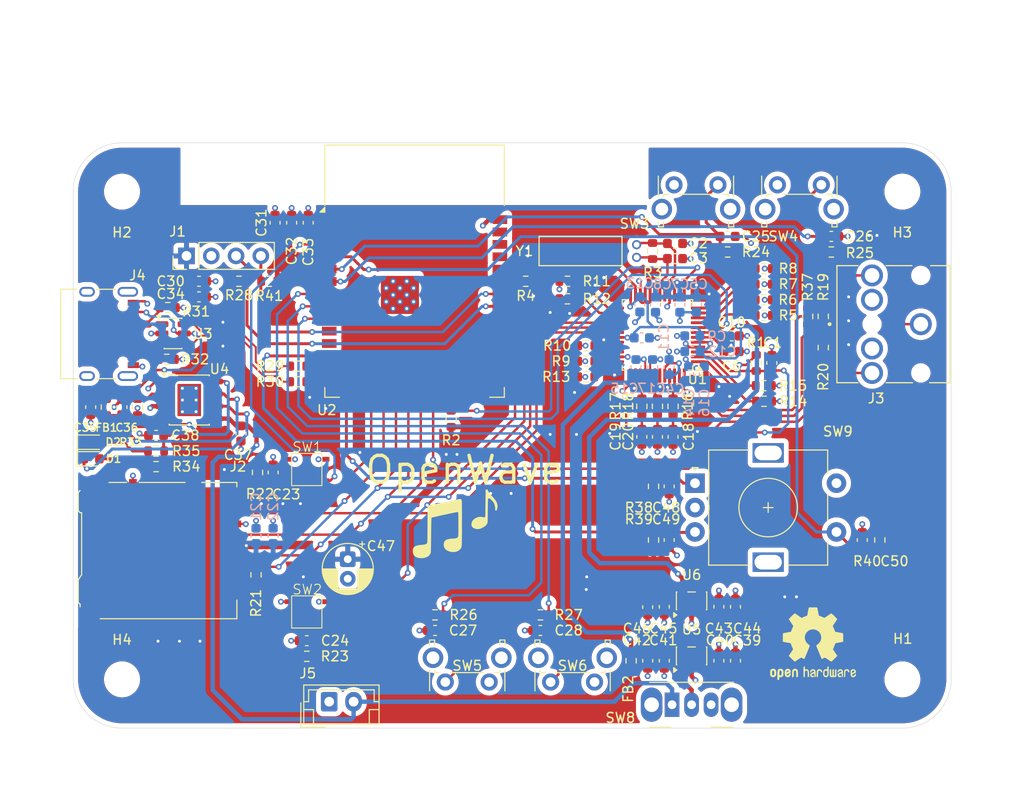
<source format=kicad_pcb>
(kicad_pcb (version 20241229) (generator "pcbnew") (generator_version "9.0")
  (layers (0 "F.Cu" jumper) (4 "In1.Cu" signal) (6 "In2.Cu" signal) (2 "B.Cu" signal) (13 "F.Paste" user) (15 "B.Paste" user) (5 "F.SilkS" user "F.Silkscreen") (7 "B.SilkS" user "B.Silkscreen") (1 "F.Mask" user) (3 "B.Mask" user) (25 "Edge.Cuts" user))
  (net 0 "")
  (net 1 "/SCLK")
  (net 2 "VDDA")
  (net 3 "+1V8")
  (net 4 "/GPIO1")
  (net 5 "/GPIO4")
  (net 6 "/GPIO3")
  (net 7 "GND")
  (net 8 "/XCS")
  (net 9 "Net-(U1-XTALOUT)")
  (net 10 "/GPIO2")
  (net 11 "+3V3")
  (net 12 "Net-(U1-XTALIN)")
  (net 13 "/RX")
  (net 14 "/MISO")
  (net 15 "/MOSI")
  (net 16 "/GPIO7")
  (net 17 "/DREQ")
  (net 19 "/MIC_N")
  (net 20 "/RIGHT")
  (net 21 "Net-(U1-RCAP)")
  (net 22 "/GBUF")
  (net 23 "/GPIO0")
  (net 25 "/LINE2")
  (net 26 "/GPIO6")
  (net 27 "/XDCS")
  (net 28 "/GPIO5")
  (net 29 "/LEFT")
  (net 30 "/MIC_P")
  (net 31 "/VS_RST")
  (net 33 "/VBUS")
  (net 35 "Net-(C18-Pad2)")
  (net 37 "Net-(C19-Pad2)")
  (net 45 "Net-(C20-Pad2)")
  (net 46 "/Button1")
  (net 47 "/EN")
  (net 48 "/Button2")
  (net 52 "/Button3")
  (net 53 "/Button4")
  (net 54 "/Rotary1")
  (net 55 "/Rotary2")
  (net 56 "/R_S")
  (net 57 "Net-(D1-A)")
  (net 58 "/VBUSF")
  (net 60 "/VBAT_CHG")
  (net 61 "Net-(D2-A)")
  (net 62 "/Disp_SDA")
  (net 65 "/Card_Det")
  (net 66 "/SD_CS")
  (net 69 "/VBAT_SYS")
  (net 70 "Net-(J4-CC1)")
  (net 71 "Net-(J4-CC2)")
  (net 72 "Net-(U4-PROG)")
  (net 73 "/DX-")
  (net 74 "/DX+")
  (net 75 "/D-")
  (net 76 "/D+")
  (net 77 "Net-(D2-K)")
  (net 78 "Net-(D1-K)")
  (net 79 "/BOOT")
  (net 82 "/Disp_SCL")
  (net 83 "/RIGHTA")
  (net 84 "/GBUFA")
  (net 85 "/LEFTA")
  (net 89 "/DOUT-")
  (net 90 "/DOUT+")
  (footprint "Resistor_SMD:R_0603_1608Metric" (layer "F.Cu") (at 101.4 106 90)
    (property "Reference" "R22")
    (property "Value" "10K")
  )
  (footprint "Resistor_SMD:R_0603_1608Metric" (layer "F.Cu") (at 105.575 95.1 180)
    (property "Reference" "R29")
    (property "Value" "0E")
  )
  (footprint "Package_SO:SOIC-8-1EP_3.9x4.9mm_P1.27mm_EP2.41x3.3mm_ThermalVias" (layer "F.Cu") (at 94.4 98.575)
    (property "Reference" "U4")
    (property "Value" "TP4056-42-ESOP8")
  )
  (footprint "Capacitor_SMD:C_0603_1608Metric" (layer "F.Cu") (at 143.6 112.925 90)
    (property "Reference" "C49")
    (property "Value" "10nF")
  )
  (footprint "MountingHole:MountingHole_3.2mm_M3" (layer "F.Cu") (at 167.51 77.21 90)
    (property "Reference" "H3")
    (property "Value" "MountingHole")
  )
  (footprint "Package_QFP:LQFP-48_7x7mm_P0.5mm" (layer "F.Cu") (at 142.4 91.9 180)
    (property "Reference" "U1")
    (property "Value" "VS1053B")
  )
  (footprint "Resistor_SMD:R_0603_1608Metric" (layer "F.Cu") (at 140.8 99.225 90)
    (property "Reference" "R17")
    (property "Value" "20E")
  )
  (footprint "Resistor_SMD:R_0603_1608Metric" (layer "F.Cu") (at 91 105.4 180)
    (property "Reference" "R34")
    (property "Value" "1K")
  )
  (footprint "Resistor_SMD:R_0603_1608Metric" (layer "F.Cu") (at 153.3 97.1)
    (property "Reference" "R15")
    (property "Value" "0E")
  )
  (footprint "Symbol:OSHW-Logo2_9.8x8mm_SilkScreen" (layer "F.Cu") (at 158.35 123.55)
    (property "Reference" "REF**" (hide yes))
    (property "Value" "OSHW-Logo2_9.8x8mm_SilkScreen" (hide yes))
  )
  (footprint "LED_SMD:LED_0603_1608Metric" (layer "F.Cu") (at 84.4 102.9)
    (property "Reference" "D2")
    (property "Value" "LED")
  )
  (footprint "Resistor_SMD:R_0603_1608Metric" (layer "F.Cu") (at 153.3 89.9 180)
    (property "Reference" "R5")
    (property "Value" "100K")
  )
  (footprint "Resistor_SMD:R_0603_1608Metric" (layer "F.Cu") (at 128.9 86.4 180)
    (property "Reference" "R4")
    (property "Value" "100K")
  )
  (footprint "Capacitor_SMD:C_0603_1608Metric" (layer "F.Cu") (at 150 92 180)
    (property "Reference" "C10")
    (property "Value" "0.1uF")
  )
  (footprint "Package_TO_SOT_SMD:SOT-23-5" (layer "F.Cu") (at 145.9 124.8 90)
    (property "Reference" "U5")
    (property "Value" "XC6220B331MR")
  )
  (footprint "GlobalFP:TS3315A" (layer "F.Cu") (at 96.05 112.15)
    (property "Reference" "SW1")
    (property "Value" "SW_Push")
  )
  (footprint "MountingHole:MountingHole_3.2mm_M3" (layer "F.Cu") (at 87.51 127.21 90)
    (property "Reference" "H4")
    (property "Value" "MountingHole")
  )
  (footprint "Resistor_SMD:R_0603_1608Metric" (layer "F.Cu") (at 157.8 90 -90)
    (property "Reference" "R37")
    (property "Value" "0E")
  )
  (footprint "Resistor_SMD:R_0603_1608Metric" (layer "F.Cu") (at 152.525 94.775 -90)
    (property "Reference" "R1")
    (property "Value" "100K")
  )
  (footprint "Resistor_SMD:R_0603_1608Metric" (layer "F.Cu") (at 135.1 94.6 180)
    (property "Reference" "R9")
    (property "Value" "100K")
  )
  (footprint "Capacitor_SMD:C_0603_1608Metric" (layer "F.Cu") (at 99.7 102 -90)
    (property "Reference" "C37")
    (property "Value" "10uF")
  )
  (footprint "Capacitor_SMD:C_0603_1608Metric" (layer "F.Cu") (at 141.4 119.8 -90)
    (property "Reference" "C46")
    (property "Value" "10uF")
  )
  (footprint "Resistor_SMD:R_0603_1608Metric" (layer "F.Cu") (at 142 107.425 -90)
    (property "Reference" "R38")
    (property "Value" "10K")
  )
  (footprint "MountingHole:MountingHole_3.2mm_M3" (layer "F.Cu") (at 87.51 77.21 90)
    (property "Reference" "H2")
    (property "Value" "MountingHole")
  )
  (footprint "Resistor_SMD:R_0603_1608Metric" (layer "F.Cu") (at 149.6 83.4)
    (property "Reference" "R24")
    (property "Value" "10K")
  )
  (footprint "Button_Switch_THT:SW_Tactile_SPST_Angled_PTS645Vx58-2LFS" (layer "F.Cu") (at 135.95 127.4875 180)
    (property "Reference" "SW6")
    (property "Value" "SW_Push")
  )
  (footprint "Resistor_SMD:R_0603_1608Metric" (layer "F.Cu") (at 144 99.225 90)
    (property "Reference" "R16")
    (property "Value" "20E")
  )
  (footprint "Capacitor_SMD:C_0603_1608Metric" (layer "F.Cu") (at 103.2 80.4 -90)
    (property "Reference" "C31")
    (property "Value" "10uF")
  )
  (footprint "Capacitor_SMD:C_0603_1608Metric" (layer "F.Cu") (at 163.4 112.925 -90)
    (property "Reference" "C50")
    (property "Value" "0.1uF")
  )
  (footprint "Rotary_Encoder:RotaryEncoder_Alps_EC11E-Switch_Vertical_H20mm" (layer "F.Cu") (at 146.25 107.1)
    (property "Reference" "SW9")
    (property "Value" "RotaryEncoder_Switch")
  )
  (footprint "Connector_Card:microSD_HC_Hirose_DM3AT-SF-PEJM5" (layer "F.Cu") (at 91.4 114 -90)
    (property "Reference" "J2")
    (property "Value" "Micro_SD_Card_Det1")
  )
  (footprint "Resistor_SMD:R_0603_1608Metric" (layer "F.Cu") (at 106.45 124.85 180)
    (property "Reference" "R23")
    (property "Value" "10K")
  )
  (footprint "Capacitor_SMD:C_0603_1608Metric" (layer "F.Cu") (at 160.225 81.8 180)
    (property "Reference" "C26")
    (property "Value" "0.1uF")
  )
  (footprint "Capacitor_SMD:C_0603_1608Metric" (layer "F.Cu") (at 119.6 122.2)
    (property "Reference" "C27")
    (property "Value" "0.1uF")
  )
  (footprint "Resistor_SMD:R_0603_1608Metric" (layer "F.Cu") (at 153.3 86.7 180)
    (property "Reference" "R7")
    (property "Value" "100K")
  )
  (footprint "Capacitor_SMD:C_0603_1608Metric" (layer "F.Cu") (at 143.1 125.3 -90)
    (property "Reference" "C41")
    (property "Value" "0.1uF")
  )
  (footprint "Capacitor_SMD:C_0603_1608Metric" (layer "F.Cu") (at 142.4 102.35 90)
    (property "Reference" "C20")
    (property "Value" "47nF")
  )
  (footprint "MountingHole:MountingHole_3.2mm_M3" (layer "F.Cu") (at 167.51 127.21 90)
    (property "Reference" "H1")
    (property "Value" "MountingHole")
  )
  (footprint "Capacitor_SMD:C_0603_1608Metric" (layer "F.Cu") (at 150.4 125.3 90)
    (property "Reference" "C39")
    (property "Value" "10uF")
  )
  (footprint "Capacitor_SMD:C_0603_1608Metric" (layer "F.Cu") (at 143.6 107.425 90)
    (property "Reference" "C48")
    (property "Value" "10nF")
  )
  (footprint "Resistor_SMD:R_0603_1608Metric" (layer "F.Cu") (at 133.175 86.4 180)
    (property "Reference" "R11")
    (property "Value" "100K")
  )
  (footprint "Capacitor_SMD:C_0603_1608Metric" (layer "F.Cu") (at 143.1 119.775 -90)
    (property "Reference" "C45")
    (property "Value" "0.1uF")
  )
  (footprint "Resistor_SMD:R_0603_1608Metric" (layer "F.Cu") (at 142 112.925 -90)
    (property "Reference" "R39")
    (property "Value" "10K")
  )
  (footprint "Connector_JST:JST_EH_B2B-EH-A_1x02_P2.50mm_Vertical" (layer "F.Cu") (at 108.75 129.5)
    (property "Reference" "J5")
    (property "Value" "Conn_01x02_Pin")
  )
  (footprint "Capacitor_SMD:C_0603_1608Metric" (layer "F.Cu") (at 95.4 86.4 180)
    (property "Reference" "C30")
    (property "Value" "0.1uF")
  )
  (footprint "Capacitor_SMD:C_0603_1608Metric" (layer "F.Cu") (at 144 102.35 90)
    (property "Reference" "C18")
    (property "Value" "10nF")
  )
  (footprint "Capacitor_SMD:C_0603_1608Metric" (layer "F.Cu") (at 141.4 125.3 -90)
    (property "Reference" "C42")
    (property "Value" "10uF")
  )
  (footprint "Connector_USB:USB_C_Receptacle_XKB_U262-16XN-4BVC11" (layer "F.Cu") (at 85 91.8 -90)
    (property "Reference" "J4")
    (property "Value" "USB_C_Receptacle_USB2.0_16P")
  )
  (footprint "Resistor_SMD:R_0603_1608Metric" (layer "F.Cu") (at 135.1 96.2 180)
    (property "Reference" "R13")
    (property "Value" "100K")
  )
  (footprint "Package_TO_SOT_SMD:SOT-23-5" (layer "F.Cu") (at 145.9 119.1625 90)
    (property "Reference" "U6")
    (property "Value" "AP2112K-1.8")
  )
  (footprint "Button_Switch_THT:SW_Tactile_SPST_Angled_PTS645Vx58-2LFS" (layer "F.Cu") (at 154.7 76.5125)
    (property "Reference" "SW4")
    (property "Value" "SW_Push")
  )
  (footprint "Resistor_SMD:R_0603_1608Metric" (layer "F.Cu") (at 130.4 120.6 180)
    (property "Reference" "R27")
    (property "Value" "10K")
  )
  (footprint "Capacitor_SMD:C_0603_1608Metric" (layer "F.Cu") (at 154.125 94.775 90)
    (property "Reference" "C1")
    (property "Value" "0.1uF")
  )
  (footprint "Resistor_SMD:R_0603_1608Metric" (layer "F.Cu") (at 153.3 88.3 180)
    (property "Reference" "R6")
    (property "Value" "100K")
  )
  (footprint "Capacitor_SMD:C_0603_1608Metric" (layer "F.Cu") (at 144.2 84.075)
    (property "Reference" "C3")
    (property "Value" "33pF")
  )
  (footprint "Capacitor_SMD:C_0603_1608Metric" (layer "F.Cu") (at 130.4 122.2)
    (property "Reference" "C28")
    (property "Value" "0.1uF")
  )
  (footprint "Button_Switch_THT:SW_Tactile_SPST_Angled_PTS645Vx58-2LFS" (layer "F.Cu") (at 144.1 76.5125)
    (property "Reference" "SW3")
    (property "Value" "SW_Push")
  )
  (footprint "Resistor_SMD:R_0603_1608Metric" (layer "F.Cu") (at 119.6 120.6 180)
    (property "Reference" "R26")
    (property "Value" "10K")
  )
  (footprint "Capacitor_SMD:C_0603_1608Metric" (layer "F.Cu") (at 148.7 119.775 90)
    (property "Reference" "C43")
    (property "Value" "0.1uF")
  )
  (footprint "Button_Switch_THT:SW_Slide_SPDT_Angled_CK_OS102011MA1Q" (layer "F.Cu") (at 143.9 129.81)
    (property "Reference" "SW8")
    (property "Value" "SW_SPDT")
  )
  (footprint "Resistor_SMD:R_0603_1608Metric" (layer "F.Cu") (at 135.1 93 180)
    (property "Reference" "R10")
    (property "Value" "100K")
  )
  (footprint "Capacitor_SMD:C_0603_1608Metric" (layer "F.Cu") (at 91 102.2 180)
    (property "Reference" "C38")
    (property "Value" "10uF")
  )
  (footprint "Resistor_SMD:R_0603_1608Metric" (layer "F.Cu") (at 153.325 98.7)
    (property "Reference" "R14")
    (property "Value" "0E")
  )
  (footprint "Resistor_SMD:R_0603_1608Metric" (layer "F.Cu") (at 91 103.8 180)
    (property "Reference" "R35")
    (property "Value" "1K")
  )
  (footprint "Resistor_SMD:R_0603_1608Metric" (layer "F.Cu") (at 159.4 93.2 90)
    (property "Reference" "R20")
    (property "Value" "0E")
  )
  (footprint "Resistor_SMD:R_0603_1608Metric" (layer "F.Cu") (at 139.7 125.3 90)
    (property "Reference" "FB2")
    (property "Value" "120E")
  )
  (footprint "Resistor_SMD:R_0603_1608Metric" (layer "F.Cu") (at 121.25 100.5 90)
    (property "Reference" "R2")
    (property "Value" "100K")
  )
  (footprint "Capacitor_SMD:C_0603_1608Metric" (layer "F.Cu") (at 87.5 99.3 90)
    (property "Reference" "C36")
    (property "Value" "10uF")
  )
  (footprint "RF_Module:ESP32-S3-WROOM-1" (layer "F.Cu") (at 117.5 85.34)
    (property "Reference" "U2")
    (property "Value" "ESP32-S3-WROOM-1")
  )
  (footprint "Capacitor_SMD:C_0603_1608Metric" (layer "F.Cu") (at 140.8 102.35 90)
    (property "Reference" "C19")
    (property "Value" "10nF")
  )
  (footprint "Package_TO_SOT_SMD:SOT-23-6" (layer "F.Cu") (at 92.7375 91.75)
    (property "Reference" "U3")
    (property "Value" "USBLC6-2SC6")
  )
  (footprint "Resistor_SMD:R_0603_1608Metric" (layer "F.Cu") (at 92.1 94.4)
    (property "Reference" "R32")
    (property "Value" "5.1K")
  )
  (footprint "Capacitor_SMD:C_0603_1608Metric" (layer "F.Cu") (at 144.2 82.525)
    (property "Reference" "C2")
    (property "Value" "33pF")
  )
  (footprint "Capacitor_SMD:C_0603_1608Metric" (layer "F.Cu") (at 103 106 -90)
    (property "Reference" "C23")
    (property "Value" "0.1uF")
  )
  (footprint "Resistor_SMD:R_0603_1608Metric" (layer "F.Cu") (at 99.5 86.4 180)
    (property "Reference" "R28")
    (property "Value" "10K")
  )
  (footprint "LED_SMD:LED_0603_1608Metric" (layer "F.Cu") (at 84.4 104.6)
    (property "Reference" "D1")
    (property "Value" "LED")
  )
  (footprint "Button_Switch_THT:SW_Tactile_SPST_Angled_PTS645Vx58-2LFS" (layer "F.Cu") (at 125.15 127.4875 180)
    (property "Reference" "SW5")
    (property "Value" "SW_Push")
  )
  (footprint "GlobalFP:CUI_SJ1-3545N" (layer "F.Cu") (at 169.4 90.8 180)
    (property "Reference" "J3")
    (property "Value" "SJ1-3545N")
  )
  (footprint "Capacitor_SMD:C_0603_1608Metric" (layer "F.Cu") (at 104.9 80.4 -90)
    (property "Reference" "C32")
    (property "Value" "1uF")
  )
  (footprint "Resistor_SMD:R_0603_1608Metric" (layer "F.Cu") (at 105.575 96.7 180)
    (property "Reference" "R30")
    (property "Value" "0E")
  )
  (footprint "Capacitor_SMD:C_0603_1608Metric" (layer "F.Cu") (at 106.45 123.25)
    (property "Reference" "C24")
    (property "Value" "0.1uF")
  )
  (footprint "Capacitor_SMD:C_0603_1608Metric" (layer "F.Cu") (at 106.6 80.4 -90)
    (property "Reference" "C33")
    (property "Value" "0.1uF")
  )
  (footprint "Resistor_SMD:R_0603_1608Metric" (layer "F.Cu") (at 85.9 99.3 -90)
    (property "Reference" "FB1")
    (property "Value" "120E")
  )
  (footprint "Resistor_SMD:R_0603_1608Metric" (layer "F.Cu") (at 133.175 88.2)
    (property "Reference" "R12")
    (property "Value" "100K")
  )
  (footprint "Resistor_SMD:R_0603_1608Metric" (layer "F.Cu") (at 159.4 90 90)
    (property "Reference" "R19")
    (property "Value" "0E")
  )
  (footprint "Resistor_SMD:R_0603_1608Metric" (layer "F.Cu") (at 142.4 99.225 90)
    (property "Reference" "R18")
    (property "Value" "10E")
  )
  (footprint "Capacitor_SMD:C_0603_1608Metric" (layer "F.Cu") (at 149.6 81.8 180)
    (property "Reference" "C25")
    (property "Value" "0.1uF")
  )
  (footprint "Resistor_SMD:R_0603_1608Metric" (layer "F.Cu") (at 101.25 116.5 -90)
    (property "Reference" "R21")
    (property "Value" "10K")
  )
  (footprint "Resistor_SMD:R_0603_1608Metric" (layer "F.Cu") (at 89.1 99.3 90)
    (property "Reference" "R33")
    (property "Value" "2K")
  )
  (footprint "Resistor_SMD:R_0603_1608Metric" (layer "F.Cu") (at 92.2 89.1)
    (property "Reference" "R31")
    (property "Value" "5.1K")
  )
  (footprint "Capacitor_THT:CP_Radial_D5.0mm_P2.00mm" (layer "F.Cu") (at 110.65 114.894888 -90)
    (property "Reference" "C47")
    (property "Value" "470uF")
  )
  (footprint "Resistor_SMD:R_0603_1608Metric" (layer "F.Cu") (at 160.225 83.4)
    (property "Reference" "R25")
    (property "Value" "10K")
  )
  (footprint "Capacitor_SMD:C_0603_1608Metric" (layer "F.Cu") (at 150.4 119.775 90)
    (property "Reference" "C44")
    (property "Value" "10uF")
  )
  (footprint "Resistor_SMD:R_0603_1608Metric" (layer "F.Cu") (at 153.3 85.1 180)
    (property "Reference" "R8")
    (property "Value" "100K")
  )
  (footprint "Capacitor_SMD:C_0603_1608Metric" (layer "F.Cu") (at 84.3 99.3 -90)
    (property "Reference" "C35")
    (property "Value" "10uF")
  )
  (footprint "GlobalFP:XTAL_AB308-12.288MHZ" (layer "F.Cu") (at 140.265 83.3)
    (property "Reference" "Y1")
    (property "Value" "AB308-12.288MHZ")
  )
  (footprint "Capacitor_SMD:C_0603_1608Metric" (layer "F.Cu") (at 150 93.6 180)
    (property "Reference" "C6")
    (property "Value" "0.1uF")
  )
  (footprint "Capacitor_SMD:C_0603_1608Metric" (layer "F.Cu") (at 148.7 125.3 90)
    (property "Reference" "C40")
    (property "Value" "0.1uF")
  )
  (footprint "Capacitor_SMD:C_0603_1608Metric" (layer "F.Cu") (at 95.4 88 180)
    (property "Reference" "C34")
    (property "Value" "10uF")
  )
  (footprint "Connector_PinHeader_2.54mm:PinHeader_1x04_P2.54mm_Vertical" (layer "F.Cu") (at 94.12 83.8 90)
    (property "Reference" "J1")
    (property "Value" "Conn_01x04_Pin")
  )
  (footprint "Resistor_SMD:R_0603_1608Metric" (layer "F.Cu") (at 102.6 86.4)
    (property "Reference" "R41")
    (property "Value" "10K")
  )
  (footprint "GlobalFP:TS3315A" (layer "F.Cu") (at 96.05 126.75)
    (property "Reference" "SW2")
    (property "Value" "SW_Push")
  )
  (footprint "Resistor_SMD:R_0603_1608Metric" (layer "F.Cu") (at 141.9 83.3 -90)
    (property "Reference" "R3")
    (property "Value" "1M")
  )
  (footprint "Resistor_SMD:R_0603_1608Metric" (layer "F.Cu") (at 165.2 112.925 90)
    (property "Reference" "R40")
    (property "Value" "10K")
  )
  (footprint "Capacitor_SMD:C_0603_1608Metric" (layer "B.Cu") (at 103 112.5 -90)
    (property "Reference" "C22")
    (property "Value" "10uF")
  )
  (footprint "Capacitor_SMD:C_0603_1608Metric" (layer "B.Cu") (at 144.7 88.8 90)
    (property "Reference" "C7")
    (property "Value" "0.1uF")
  )
  (footprint "Capacitor_SMD:C_0603_1608Metric" (layer "B.Cu") (at 143.6 95.2 90)
    (property "Reference" "C4")
    (property "Value" "1uF")
  )
  (footprint "Capacitor_SMD:C_0603_1608Metric" (layer "B.Cu") (at 142.2 88.8 90)
    (property "Reference" "C8")
    (property "Value" "0.1uF")
  )
  (footprint "Capacitor_SMD:C_0603_1608Metric" (layer "B.Cu") (at 145.975 92)
    (property "Reference" "C9")
    (property "Value" "10uF")
  )
  (footprint "Capacitor_SMD:C_0603_1608Metric" (layer "B.Cu") (at 140.2 95.2 -90)
    (property "Reference" "C15")
    (property "Value" "0.1uF")
  )
  (footprint "Capacitor_SMD:C_0603_1608Metric" (layer "B.Cu") (at 145.6 95.925 -90)
    (property "Reference" "C14")
    (property "Value" "10uF")
  )
  (footprint "Capacitor_SMD:C_0603_1608Metric" (layer "B.Cu") (at 141.9 95.2 -90)
    (property "Reference" "C17")
    (property "Value" "0.1uF")
  )
  (footprint "Capacitor_SMD:C_0603_1608Metric" (layer "B.Cu") (at 145.975 93.6)
    (property "Reference" "C12")
    (property "Value" "0.1uF")
  )
  (footprint "Capacitor_SMD:C_0603_1608Metric" (layer "B.Cu") (at 147.2 95.925 -90)
    (property "Reference" "C16")
    (property "Value" "0.1uF")
  )
  (footprint "Capacitor_SMD:C_0603_1608Metric" (layer "B.Cu") (at 140.8 92.2 180)
    (property "Reference" "C11")
    (property "Value" "0.1uF")
  )
  (footprint "Capacitor_SMD:C_0603_1608Metric" (layer "B.Cu") (at 140.6 88.775 90)
    (property "Reference" "C13")
    (property "Value" "0.1uF")
  )
  (footprint "Capacitor_SMD:C_0603_1608Metric" (layer "B.Cu") (at 146.4 88.8 90)
    (property "Reference" "C5")
    (property "Value" "10uF")
  )
  (footprint "Capacitor_SMD:C_0603_1608Metric" (layer "B.Cu") (at 101.25 112.5 -90)
    (property "Reference" "C21")
    (property "Value" "0.1uF")
  )
  (gr_poly (pts (xy 124.885047 107.740736) (xy 124.894001 107.741163) (xy 124.903006 107.741854) (xy 124.911925 107.742794) (xy 124.920621 107.743966) (xy 124.928956 107.745352) (xy 124.936793 107.746937) (xy 124.943994 107.748703) (xy 124.950423 107.750635) (xy 124.955941 107.752716) (xy 124.96041 107.754929) (xy 124.962209 107.75608) (xy 124.963695 107.757258) (xy 124.968162 107.76157) (xy 124.972839 107.766581) (xy 124.97774 107.772313) (xy 124.982877 107.778789) (xy 124.993907 107.794056) (xy 125.006028 107.812556) (xy 125.01934 107.834463) (xy 125.033942 107.85995) (xy 125.049932 107.88919) (xy 125.067411 107.922358) (xy 125.105467 107.995284) (xy 125.118459 108.019903) (xy 125.128442 108.03851) (xy 125.136175 108.052521) (xy 125.142421 108.063348) (xy 125.147938 108.072406) (xy 125.153489 108.081108) (xy 125.156548 108.085676) (xy 125.159839 108.090799) (xy 125.163262 108.096301) (xy 125.166718 108.10201) (xy 125.170108 108.107753) (xy 125.173333 108.113354) (xy 125.176293 108.118642) (xy 125.178889 108.123442) (xy 125.181495 108.127813) (xy 125.184757 108.13291) (xy 125.19289 108.144818) (xy 125.202578 108.15823) (xy 125.213109 108.172213) (xy 125.223772 108.185832) (xy 125.233856 108.198153) (xy 125.242651 108.208242) (xy 125.246343 108.212157) (xy 125.249445 108.215164) (xy 125.252529 108.218304) (xy 125.258374 108.22481) (xy 125.276961 108.246297) (xy 125.302427 108.276382) (xy 125.331995 108.311825) (xy 125.366192 108.351204) (xy 125.403432 108.392964) (xy 125.421829 108.413166) (xy 125.439349 108.432078) (xy 125.455448 108.449072) (xy 125.469578 108.46352) (xy 125.495471 108.490236) (xy 125.52115 108.517307) (xy 125.546398 108.544494) (xy 125.571002 108.571558) (xy 125.594745 108.598257) (xy 125.617414 108.624353) (xy 125.638793 108.649606) (xy 125.658667 108.673775) (xy 125.672613 108.690719) (xy 125.685037 108.705613) (xy 125.690286 108.711816) (xy 125.694683 108.716935) (xy 125.698072 108.720781) (xy 125.700294 108.723164) (xy 125.701152 108.72393) (xy 125.70213 108.724897) (xy 125.704396 108.727375) (xy 125.706992 108.730481) (xy 125.70982 108.7341) (xy 125.71278 108.738116) (xy 125.715773 108.742412) (xy 125.7187 108.746874) (xy 125.721461 108.751386) (xy 125.72464 108.756242) (xy 125.72877 108.76219) (xy 125.733678 108.768997) (xy 125.739188 108.776433) (xy 125.745129 108.784266) (xy 125.751326 108.792264) (xy 125.757606 108.800196) (xy 125.763795 108.807831) (xy 125.774407 108.820765) (xy 125.785854 108.835369) (xy 125.797715 108.851065) (xy 125.809567 108.867274) (xy 125.82099 108.883416) (xy 125.831561 108.898913) (xy 125.840859 108.913187) (xy 125.848461 108.925658) (xy 125.867292 108.957189) (xy 125.882824 108.983569) (xy 125.895528 109.005666) (xy 125.905876 109.024348) (xy 125.914338 109.040483) (xy 125.921387 109.05494) (xy 125.927493 109.068587) (xy 125.933128 109.082292) (xy 125.936722 109.091549) (xy 125.940051 109.100658) (xy 125.94305 109.109403) (xy 125.945652 109.117569) (xy 125.94779 109.124942) (xy 125.948665 109.128263) (xy 125.9494 109.131306) (xy 125.949986 109.134042) (xy 125.950414 109.136446) (xy 125.950677 109.13849) (xy 125.950767 109.140147) (xy 125.95084 109.141788) (xy 125.951055 109.143784) (xy 125.95188 109.148735) (xy 125.953185 109.154794) (xy 125.954912 109.161755) (xy 125.957003 109.16941) (xy 125.959399 109.177553) (xy 125.962043 109.185977) (xy 125.964878 109.194475) (xy 125.967713 109.20274) (xy 125.970357 109.210989) (xy 125.972753 109.219007) (xy 125.974844 109.226578) (xy 125.976571 109.233487) (xy 125.977876 109.23952) (xy 125.978352 109.242141) (xy 125.978701 109.244462) (xy 125.978916 109.246456) (xy 125.978989 109.248097) (xy 125.979054 109.249549) (xy 125.979245 109.251243) (xy 125.979556 109.253159) (xy 125.979981 109.255274) (xy 125.981147 109.260016) (xy 125.982693 109.265295) (xy 125.98457 109.270938) (xy 125.986728 109.276771) (xy 125.989117 109.282621) (xy 125.991689 109.288314) (xy 125.994657 109.298247) (xy 125.997213 109.31304) (xy 125.999358 109.332015) (xy 126.001093 109.354493) (xy 126.003335 109.40724) (xy 126.003948 109.465849) (xy 126.002941 109.524889) (xy 126.000321 109.578926) (xy 125.99841 109.602371) (xy 125.996098 109.622528) (xy 125.993387 109.638719) (xy 125.990278 109.650264) (xy 125.98797 109.656749) (xy 125.985835 109.663383) (xy 125.983916 109.669984) (xy 125.982252 109.676369) (xy 125.980887 109.682358) (xy 125.97986 109.687769) (xy 125.979487 109.6902) (xy 125.979214 109.692418) (xy 125.979046 109.694401) (xy 125.978989 109.696125) (xy 125.978691 109.700703) (xy 125.97783 109.706653) (xy 125.974612 109.72201) (xy 125.969724 109.740873) (xy 125.963555 109.761918) (xy 125.956492 109.783823) (xy 125.948926 109.805266) (xy 125.941243 109.824922) (xy 125.93748 109.833667) (xy 125.933834 109.841469) (xy 125.929021 109.85144) (xy 125.924342 109.860475) (xy 125.919744 109.868618) (xy 125.91518 109.875909) (xy 125.9106 109.88239) (xy 125.908288 109.88534) (xy 125.905953 109.888102) (xy 125.903589 109.890683) (xy 125.90119 109.893087) (xy 125.89875 109.895319) (xy 125.896263 109.897385) (xy 125.893721 109.899289) (xy 125.89112 109.901038) (xy 125.888452 109.902636) (xy 125.885712 109.904087) (xy 125.882894 109.905399) (xy 125.879991 109.906575) (xy 125.876997 109.907621) (xy 125.873905 109.908541) (xy 125.870711 109.909342) (xy 125.867406 109.910028) (xy 125.860445 109.911077) (xy 125.85297 109.911729) (xy 125.844933 109.912025) (xy 125.838431 109.912003) (xy 125.832633 109.911915) (xy 125.827468 109.911727) (xy 125.822863 109.911408) (xy 125.820748 109.911188) (xy 125.818746 109.910923) (xy 125.816847 109.910608) (xy 125.815044 109.910239) (xy 125.813326 109.909813) (xy 125.811685 109.909324) (xy 125.810112 109.908769) (xy 125.808597 109.908144) (xy 125.807132 109.907445) (xy 125.805708 109.906667) (xy 125.804315 109.905807) (xy 125.802945 109.904859) (xy 125.801588 109.903821) (xy 125.800235 109.902687) (xy 125.798878 109.901455) (xy 125.797507 109.900119) (xy 125.794688 109.89712) (xy 125.791705 109.893658) (xy 125.788487 109.889701) (xy 125.784961 109.885214) (xy 125.763795 109.859108) (xy 125.760267 109.686247) (xy 125.759144 109.649593) (xy 125.757897 109.615659) (xy 125.756534 109.584982) (xy 125.755063 109.558101) (xy 125.753494 109.535552) (xy 125.751833 109.517873) (xy 125.750971 109.511028) (xy 125.75009 109.505602) (xy 125.74919 109.501662) (xy 125.748272 109.499275) (xy 125.746861 109.495767) (xy 125.745318 109.491183) (xy 125.743708 109.485707) (xy 125.742099 109.479519) (xy 125.740555 109.472803) (xy 125.739144 109.465739) (xy 125.737932 109.45851) (xy 125.736984 109.451297) (xy 125.735767 109.444159) (xy 125.73426 109.436657) (xy 125.732506 109.429023) (xy 125.730545 109.421488) (xy 125.728419 109.414283) (xy 125.727307 109.410877) (xy 125.726169 109.407641) (xy 125.72501 109.404603) (xy 125.723836 109.401793) (xy 125.722651 109.399238) (xy 125.721461 109.396969) (xy 125.720412 109.394798) (xy 125.719386 109.392528) (xy 125.718389 109.390178) (xy 125.717426 109.387764) (xy 125.716506 109.385305) (xy 125.715632 109.382818) (xy 125.714813 109.380321) (xy 125.714053 109.377831) (xy 125.713359 109.375366) (xy 125.712738 109.372943) (xy 125.712196 109.370581) (xy 125.711738 109.368295) (xy 125.711371 109.366105) (xy 125.711101 109.364027) (xy 125.710935 109.36208) (xy 125.710878 109.36028) (xy 125.710821 109.358481) (xy 125.710655 109.356535) (xy 125.710385 109.354461) (xy 125.710018 109.352277) (xy 125.70956 109.350002) (xy 125.709018 109.347655) (xy 125.708396 109.345254) (xy 125.707703 109.342818) (xy 125.706943 109.340365) (xy 125.706124 109.337915) (xy 125.70525 109.335485) (xy 125.704329 109.333094) (xy 125.703367 109.330762) (xy 125.70237 109.328506) (xy 125.701344 109.326344) (xy 125.700294 109.324297) (xy 125.699229 109.322193) (xy 125.698153 109.319867) (xy 125.695995 109.314651) (xy 125.69387 109.308856) (xy 125.691828 109.30269) (xy 125.689918 109.296357) (xy 125.68819 109.290067) (xy 125.686694 109.284024) (xy 125.685478 109.278436) (xy 125.685033 109.275736) (xy 125.684496 109.272943) (xy 125.683874 109.27008) (xy 125.683174 109.267169) (xy 125.682404 109.264234) (xy 125.681571 109.261296) (xy 125.680683 109.258379) (xy 125.679745 109.255505) (xy 125.678767 109.252698) (xy 125.677754 109.24998) (xy 125.676715 109.247373) (xy 125.675655 109.2449) (xy 125.674584 109.242585) (xy 125.673507 109.240449) (xy 125.672432 109.238516) (xy 125.671367 109.236808) (xy 125.670326 109.23519) (xy 125.669322 109.233519) (xy 125.668359 109.231809) (xy 125.667442 109.230072) (xy 125.666575 109.228324) (xy 125.665761 109.226576) (xy 125.665005 109.224843) (xy 125.664311 109.223138) (xy 125.663684 109.221474) (xy 125.663126 109.219865) (xy 125.662643 109.218325) (xy 125.662239 109.216865) (xy 125.661917 109.215501) (xy 125.661682 109.214246) (xy 125.661538 109.213112) (xy 125.661489 109.212114) (xy 125.660804 109.208892) (xy 125.658857 109.203406) (xy 125.65181 109.186901) (xy 125.64162 109.165121) (xy 125.629563 109.140588) (xy 125.61691 109.115823) (xy 125.604935 109.093349) (xy 125.594911 109.075687) (xy 125.591028 109.069448) (xy 125.588112 109.065358) (xy 125.585915 109.06261) (xy 125.583106 109.058722) (xy 125.579802 109.053874) (xy 125.576117 109.048249) (xy 125.572168 109.042028) (xy 125.568069 109.035394) (xy 125.563938 109.028529) (xy 125.559889 109.021614) (xy 125.557207 109.01761) (xy 125.553185 109.012275) (xy 125.541446 108.997967) (xy 125.525324 108.979409) (xy 125.505473 108.95732) (xy 125.482547 108.93242) (xy 125.457198 108.905429) (xy 125.430079 108.877064) (xy 125.401845 108.848047) (xy 125.345464 108.791441) (xy 125.321704 108.76819) (xy 125.300443 108.748024) (xy 125.28134 108.730731) (xy 125.264055 108.716099) (xy 125.255987 108.709715) (xy 125.248245 108.703916) (xy 125.240787 108.698677) (xy 125.23357 108.693972) (xy 125.226551 108.689772) (xy 125.219688 108.686053) (xy 125.212939 108.682786) (xy 125.20626 108.679947) (xy 125.199609 108.677509) (xy 125.192943 108.675444) (xy 125.186219 108.673727) (xy 125.179396 108.672331) (xy 125.17243 108.671229) (xy 125.165279 108.670396) (xy 125.150251 108.669427) (xy 125.13397 108.669213) (xy 125.116095 108.669542) (xy 125.112003 108.669736) (xy 125.108168 108.670068) (xy 125.104548 108.670562) (xy 125.101102 108.671239) (xy 125.097787 108.672124) (xy 125.094564 108.673238) (xy 125.091391 108.674603) (xy 125.088225 108.676244) (xy 125.085027 108.678183) (xy 125.081754 108.680442) (xy 125.078365 108.683044) (xy 125.07482 108.686012) (xy 125.071076 108.689369) (xy 125.067092 108.693136) (xy 125.062827 108.697338) (xy 125.058239 108.701997) (xy 125.053239 108.707302) (xy 125.048795 108.712159) (xy 125.044871 108.716647) (xy 125.041427 108.720849) (xy 125.038425 108.724843) (xy 125.035828 108.728712) (xy 125.033597 108.732535) (xy 125.031693 108.736393) (xy 125.030078 108.740367) (xy 125.028715 108.744537) (xy 125.027564 108.748984) (xy 125.026588 108.753789) (xy 125.025749 108.759032) (xy 125.025008 108.764794) (xy 125.023667 108.778197) (xy 125.01423 109.356576) (xy 125.001089 110.61758) (xy 124.999028 110.800363) (xy 124.996238 110.953248) (xy 124.993052 111.06089) (xy 124.991414 111.092949) (xy 124.990601 111.102698) (xy 124.9898 111.107942) (xy 124.976395 111.165091) (xy 124.972398 111.179072) (xy 124.966848 111.194423) (xy 124.959875 111.210941) (xy 124.951612 111.228426) (xy 124.942192 111.246676) (xy 124.931746 111.265488) (xy 124.920408 111.284663) (xy 124.908309 111.303998) (xy 124.895581 111.323291) (xy 124.882357 111.342342) (xy 124.86877 111.360948) (xy 124.854951 111.378908) (xy 124.841033 111.396021) (xy 124.827148 111.412084) (xy 124.813428 111.426897) (xy 124.800006 111.440258) (xy 124.78837 111.450771) (xy 124.775315 111.462086) (xy 124.745887 111.486428) (xy 124.713599 111.511894) (xy 124.680326 111.537096) (xy 124.647946 111.560644) (xy 124.618336 111.581149) (xy 124.593373 111.597222) (xy 124.58322 111.603163) (xy 124.574933 111.607475) (xy 124.568165 111.611047) (xy 124.557295 111.617) (xy 124.543779 111.624541) (xy 124.529072 111.632875) (xy 124.507586 111.644962) (xy 124.478757 111.660248) (xy 124.445233 111.677437) (xy 124.409657 111.695229) (xy 124.374677 111.712326) (xy 124.342938 111.727431) (xy 124.317086 111.739244) (xy 124.299767 111.74647) (xy 124.271401 111.756218) (xy 124.243428 111.765095) (xy 124.215814 111.773104) (xy 124.18852 111.780248) (xy 124.161512 111.786532) (xy 124.134754 111.791961) (xy 124.108207 111.796538) (xy 124.081838 111.800268) (xy 124.055609 111.803154) (xy 124.029485 111.805201) (xy 124.003429 111.806413) (xy 123.977405 111.806794) (xy 123.951377 111.806348) (xy 123.925308 111.80508) (xy 123.899163 111.802993) (xy 123.872906 111.800091) (xy 123.853876 111.797561) (xy 123.834706 111.7948) (xy 123.815917 111.791906) (xy 123.798029 111.788979) (xy 123.781562 111.786118) (xy 123.767039 111.783423) (xy 123.75498 111.780992) (xy 123.745906 111.778925) (xy 123.738441 111.776814) (xy 123.730505 111.774736) (xy 123.722354 111.772724) (xy 123.714244 111.770811) (xy 123.687345 111.764814) (xy 123.681569 111.763446) (xy 123.674413 111.76125) (xy 123.66605 111.758306) (xy 123.656653 111.754694) (xy 123.635453 111.745789) (xy 123.612203 111.735181) (xy 123.588291 111.723514) (xy 123.565107 111.711434) (xy 123.54404 111.699586) (xy 123.534734 111.69395) (xy 123.526478 111.688614) (xy 123.517797 111.682694) (xy 123.508991 111.676349) (xy 123.500114 111.669632) (xy 123.491222 111.662596) (xy 123.482372 111.655296) (xy 123.473619 111.647785) (xy 123.465019 111.640117) (xy 123.456628 111.632346) (xy 123.448501 111.624525) (xy 123.440695 111.616708) (xy 123.433265 111.608949) (xy 123.426267 111.601301) (xy 123.419757 111.593819) (xy 123.41379 111.586556) (xy 123.408423 111.579566) (xy 123.403711 111.572903) (xy 123.399561 111.566379) (xy 123.395641 111.560137) (xy 123.392053 111.554324) (xy 123.388895 111.54909) (xy 123.386265 111.544584) (xy 123.384264 111.540954) (xy 123.383531 111.539515) (xy 123.382991 111.53835) (xy 123.382658 111.537479) (xy 123.382573 111.537159) (xy 123.382545 111.536919) (xy 123.382496 111.536342) (xy 123.382353 111.535674) (xy 123.382121 111.534923) (xy 123.381806 111.534097) (xy 123.381412 111.533206) (xy 123.380945 111.532256) (xy 123.380409 111.531257) (xy 123.379811 111.530217) (xy 123.379154 111.529143) (xy 123.378445 111.528045) (xy 123.377688 111.52693) (xy 123.376889 111.525807) (xy 123.376053 111.524684) (xy 123.375185 111.523569) (xy 123.374289 111.522471) (xy 123.373372 111.521397) (xy 123.371209 111.518225) (xy 123.3685 111.513614) (xy 123.365361 111.507779) (xy 123.361907 111.500936) (xy 123.358255 111.493299) (xy 123.354521 111.485083) (xy 123.350819 111.476504) (xy 123.347267 111.467775) (xy 123.34185 111.454036) (xy 123.337665 111.441471) (xy 123.335985 111.435169) (xy 123.334554 111.428608) (xy 123.333353 111.421606) (xy 123.332362 111.413976) (xy 123.331561 111.405537) (xy 123.33093 111.396103) (xy 123.330102 111.373517) (xy 123.32972 111.344747) (xy 123.329628 111.30832) (xy 123.329992 111.280434) (xy 123.330554 111.25602) (xy 123.331315 111.235046) (xy 123.332274 111.217479) (xy 123.332828 111.209963) (xy 123.333431 111.203285) (xy 123.334084 111.197443) (xy 123.334787 111.192432) (xy 123.33554 111.188247) (xy 123.336342 111.184886) (xy 123.337193 111.182343) (xy 123.337638 111.181377) (xy 123.338095 111.180614) (xy 123.339044 111.179394) (xy 123.340036 111.177866) (xy 123.341063 111.176053) (xy 123.342118 111.173977) (xy 123.343194 111.171662) (xy 123.344283 111.169129) (xy 123.346473 111.163504) (xy 123.34863 111.157284) (xy 123.350695 111.15065) (xy 123.352612 111.143784) (xy 123.354322 111.136869) (xy 123.359792 111.116328) (xy 123.367122 111.094774) (xy 123.376188 111.072388) (xy 123.386866 111.049348) (xy 123.399033 111.025831) (xy 123.412564 111.002019) (xy 123.427335 110.978088) (xy 123.443222 110.954219) (xy 123.460102 110.930589) (xy 123.47785 110.907378) (xy 123.496342 110.884764) (xy 123.515454 110.862927) (xy 123.535062 110.842044) (xy 123.555042 110.822295) (xy 123.57527 110.803859) (xy 123.595623 110.786914) (xy 123.615315 110.771914) (xy 123.637669 110.755947) (xy 123.661578 110.739698) (xy 123.685933 110.723855) (xy 123.709627 110.709103) (xy 123.731552 110.696129) (xy 123.750599 110.685618) (xy 123.758698 110.681502) (xy 123.765661 110.678258) (xy 123.778648 110.672713) (xy 123.796 110.665117) (xy 123.815469 110.656331) (xy 123.825294 110.65176) (xy 123.834806 110.647214) (xy 123.858682 110.636096) (xy 123.878837 110.626929) (xy 123.89585 110.619482) (xy 123.903359 110.616331) (xy 123.9103 110.613524) (xy 123.916745 110.61103) (xy 123.922766 110.608822) (xy 123.928435 110.60687) (xy 123.933826 110.605145) (xy 123.93901 110.603619) (xy 123.944059 110.602262) (xy 123.949047 110.601046) (xy 123.954044 110.599942) (xy 123.956572 110.599388) (xy 123.959114 110.598791) (xy 123.964176 110.597483) (xy 123.969089 110.59606) (xy 123.971445 110.595317) (xy 123.973712 110.594562) (xy 123.975871 110.593798) (xy 123.977905 110.593031) (xy 123.979797 110.592266) (xy 123.981528 110.591508) (xy 123.983082 110.590763) (xy 123.98444 110.590035) (xy 123.985585 110.58933) (xy 123.9865 110.588653) (xy 123.989149 110.58721) (xy 123.993571 110.585545) (xy 124.007215 110.581652) (xy 124.026398 110.577181) (xy 124.050088 110.572337) (xy 124.077251 110.567328) (xy 124.106852 110.56236) (xy 124.13786 110.55764) (xy 124.169239 110.553375) (xy 124.189128 110.551199) (xy 124.210085 110.549689) (xy 124.231987 110.548834) (xy 124.25471 110.548624) (xy 124.278132 110.549045) (xy 124.30213 110.550088) (xy 124.32658 110.551741) (xy 124.35136 110.553992) (xy 124.376347 110.556831) (xy 124.401418 110.560245) (xy 124.426449 110.564223) (xy 124.451318 110.568754) (xy 124.475901 110.573827) (xy 124.500077 110.57943) (xy 124.523721 110.585551) (xy 124.546711 110.592181) (xy 124.577764 110.601673) (xy 124.590284 110.605439) (xy 124.601061 110.608585) (xy 124.610292 110.611135) (xy 124.618174 110.613116) (xy 124.621669 110.6139) (xy 124.624902 110.61455) (xy 124.627894 110.615071) (xy 124.630672 110.615464) (xy 124.63326 110.615733) (xy 124.635683 110.615881) (xy 124.637964 110.615912) (xy 124.640129 110.615828) (xy 124.642201 110.615632) (xy 124.644206 110.615327) (xy 124.646169 110.614918) (xy 124.648113 110.614406) (xy 124.650063 110.613794) (xy 124.652044 110.613087) (xy 124.656197 110.611396) (xy 124.66595 110.606997) (xy 124.672658 110.603736) (xy 124.679031 110.600027) (xy 124.685081 110.595851) (xy 124.690821 110.591188) (xy 124.696264 110.586022) (xy 124.701421 110.580332) (xy 124.706305 110.574101) (xy 124.710929 110.56731) (xy 124.715305 110.55994) (xy 124.719446 110.551972) (xy 124.723363 110.543389) (xy 124.727069 110.534171) (xy 124.730577 110.524299) (xy 124.733899 110.513756) (xy 124.737047 110.502523) (xy 124.740034 110.490581) (xy 124.744989 110.4685) (xy 124.748853 110.443981) (xy 124.751791 110.412136) (xy 124.753968 110.368079) (xy 124.756702 110.223781) (xy 124.758378 109.971997) (xy 124.761289 109.665433) (xy 124.766845 109.354636) (xy 124.772754 108.95) (xy 124.778133 108.418364) (xy 124.783072 107.796064) (xy 124.807061 107.771369) (xy 124.809613 107.768866) (xy 124.81223 107.766395) (xy 124.814895 107.763968) (xy 124.817589 107.761602) (xy 124.820296 107.75931) (xy 124.822998 107.757107) (xy 124.825677 107.755007) (xy 124.828316 107.753025) (xy 124.830897 107.751175) (xy 124.833402 107.749472) (xy 124.835815 107.747931) (xy 124.838117 107.746565) (xy 124.840291 107.745389) (xy 124.842318 107.744418) (xy 124.844183 107.743666) (xy 124.845867 107.743147) (xy 124.8525 107.742003) (xy 124.859872 107.741207) (xy 124.867846 107.740741) (xy 124.876283 107.740589)) (fill yes) (layer "F.SilkS"))
  (gr_poly (pts (xy 122.130032 108.716677) (xy 122.149331 108.718561) (xy 122.169163 108.721495) (xy 122.18916 108.725421) (xy 122.208955 108.730281) (xy 122.228179 108.736018) (xy 122.246465 108.742573) (xy 122.263445 108.749889) (xy 122.27875 108.757908) (xy 122.292013 108.766572) (xy 122.297763 108.771127) (xy 122.302866 108.775823) (xy 122.321497 108.800523) (xy 122.335497 108.850126) (xy 122.345529 108.95139) (xy 122.352254 109.13107) (xy 122.358428 109.832701) (xy 122.35931 111.169067) (xy 122.359293 112.020877) (xy 122.358807 112.362861) (xy 122.35759 112.654835) (xy 122.355331 112.901251) (xy 122.353713 113.008766) (xy 122.35172 113.106561) (xy 122.34931 113.195193) (xy 122.346446 113.275219) (xy 122.34309 113.347194) (xy 122.339201 113.411675) (xy 122.334743 113.46922) (xy 122.329674 113.520384) (xy 122.323958 113.565724) (xy 122.317555 113.605797) (xy 122.310427 113.641159) (xy 122.302534 113.672367) (xy 122.293838 113.699977) (xy 122.284301 113.724545) (xy 122.273883 113.74663) (xy 122.262545 113.766786) (xy 122.250249 113.78557) (xy 122.236957 113.80354) (xy 122.222629 113.821251) (xy 122.207227 113.839261) (xy 122.173044 113.878401) (xy 122.134552 113.919764) (xy 122.092258 113.958084) (xy 122.046391 113.993296) (xy 121.997184 114.025332) (xy 121.944868 114.054128) (xy 121.889675 114.079616) (xy 121.831836 114.101731) (xy 121.771582 114.120406) (xy 121.709146 114.135575) (xy 121.644759 114.147173) (xy 121.578651 114.155132) (xy 121.511056 114.159388) (xy 121.442203 114.159873) (xy 121.372326 114.156522) (xy 121.301655 114.149268) (xy 121.230421 114.138045) (xy 121.14116 114.119196) (xy 121.057538 114.096527) (xy 121.017847 114.083766) (xy 120.979571 114.070055) (xy 120.942714 114.055398) (xy 120.907277 114.039796) (xy 120.873262 114.023252) (xy 120.840671 114.005767) (xy 120.809506 113.987344) (xy 120.77977 113.967984) (xy 120.751464 113.94769) (xy 120.72459 113.926464) (xy 120.699151 113.904307) (xy 120.675149 113.881223) (xy 120.652585 113.857212) (xy 120.631462 113.832277) (xy 120.611782 113.806421) (xy 120.593547 113.779645) (xy 120.576759 113.751951) (xy 120.561419 113.723341) (xy 120.547531 113.693817) (xy 120.535096 113.663382) (xy 120.524116 113.632038) (xy 120.514594 113.599786) (xy 120.50653 113.566628) (xy 120.499928 113.532568) (xy 120.49479 113.497606) (xy 120.491117 113.461745) (xy 120.488912 113.424987) (xy 120.488177 113.387333) (xy 120.491458 113.314446) (xy 120.500403 113.247016) (xy 120.507074 113.215296) (xy 120.515251 113.184878) (xy 120.524964 113.155741) (xy 120.536243 113.127866) (xy 120.549117 113.10123) (xy 120.563617 113.075814) (xy 120.579773 113.051597) (xy 120.597615 113.028559) (xy 120.617172 113.006677) (xy 120.638475 112.985933) (xy 120.661554 112.966305) (xy 120.686438 112.947772) (xy 120.713157 112.930315) (xy 120.741743 112.913911) (xy 120.772223 112.898541) (xy 120.804629 112.884184) (xy 120.875338 112.858426) (xy 120.954108 112.836471) (xy 121.041179 112.818154) (xy 121.136792 112.80331) (xy 121.241185 112.791773) (xy 121.354599 112.783378) (xy 121.428038 112.778658) (xy 121.494172 112.773925) (xy 121.553502 112.769035) (xy 121.606526 112.763843) (xy 121.653747 112.758205) (xy 121.675337 112.755173) (xy 121.695663 112.751975) (xy 121.714789 112.748594) (xy 121.732776 112.74501) (xy 121.749687 112.741206) (xy 121.765585 112.737164) (xy 121.780532 112.732866) (xy 121.794591 112.728293) (xy 121.807823 112.723428) (xy 121.820293 112.718252) (xy 121.832062 112.712748) (xy 121.843193 112.706896) (xy 121.853748 112.70068) (xy 121.86379 112.694081) (xy 121.873381 112.687081) (xy 121.882584 112.679662) (xy 121.891462 112.671806) (xy 121.900076 112.663494) (xy 121.90849 112.654709) (xy 121.916766 112.645433) (xy 121.924967 112.635647) (xy 121.933155 112.625334) (xy 121.952717 112.597916) (xy 121.960632 112.581566) (xy 121.967418 112.56104) (xy 121.977952 112.500219) (xy 121.985013 112.400967) (xy 121.989296 112.248798) (xy 121.991495 112.029227) (xy 121.992421 111.329934) (xy 121.992107 110.975816) (xy 121.990966 110.695154) (xy 121.989992 110.579692) (xy 121.988701 110.479381) (xy 121.987053 110.393151) (xy 121.985013 110.319931) (xy 121.982543 110.25865) (xy 121.979605 110.208238) (xy 121.976164 110.167624) (xy 121.972181 110.135737) (xy 121.969974 110.122731) (xy 121.967619 110.111506) (xy 121.965109 110.101927) (xy 121.962441 110.093861) (xy 121.959609 110.087173) (xy 121.956609 110.081731) (xy 121.953437 110.077399) (xy 121.950088 110.074045) (xy 121.941012 110.069673) (xy 121.925901 110.067248) (xy 121.874064 110.068885) (xy 121.787568 110.080246) (xy 121.659399 110.10262) (xy 121.25 110.185567) (xy 120.589777 110.328045) (xy 120.074192 110.441683) (xy 119.648566 110.538653) (xy 119.356289 110.608635) (xy 119.273717 110.630281) (xy 119.250696 110.637204) (xy 119.240754 110.641311) (xy 119.234421 110.67735) (xy 119.228187 110.771398) (xy 119.216413 111.125322) (xy 119.206226 111.68668) (xy 119.198421 112.439067) (xy 119.193642 113.020941) (xy 119.191469 113.257063) (xy 119.189293 113.46027) (xy 119.187 113.633282) (xy 119.184481 113.778818) (xy 119.181622 113.899598) (xy 119.180031 113.951556) (xy 119.178313 113.998345) (xy 119.176454 114.040305) (xy 119.174441 114.077776) (xy 119.17226 114.111099) (xy 119.169896 114.140613) (xy 119.167335 114.166659) (xy 119.164565 114.189576) (xy 119.16157 114.209705) (xy 119.158337 114.227386) (xy 119.154851 114.242958) (xy 119.1511 114.256761) (xy 119.147068 114.269137) (xy 119.142743 114.280424) (xy 119.138109 114.290962) (xy 119.133154 114.301093) (xy 119.122221 114.321489) (xy 119.108804 114.345324) (xy 119.094263 114.36982) (xy 119.079061 114.394316) (xy 119.06366 114.41815) (xy 119.048524 114.440662) (xy 119.034115 114.461189) (xy 119.020897 114.479071) (xy 119.009332 114.493645) (xy 118.980893 114.524334) (xy 118.949664 114.553421) (xy 118.915815 114.580892) (xy 118.879515 114.606732) (xy 118.840936 114.630927) (xy 118.800247 114.653462) (xy 118.713219 114.693494) (xy 118.619792 114.726713) (xy 118.521325 114.753003) (xy 118.419178 114.772248) (xy 118.314713 114.784334) (xy 118.209288 114.789143) (xy 118.104264 114.786561) (xy 118.001002 114.776471) (xy 117.90086 114.758757) (xy 117.8052 114.733305) (xy 117.759476 114.71764) (xy 117.715382 114.699998) (xy 117.673088 114.680362) (xy 117.632765 114.65872) (xy 117.594582 114.635056) (xy 117.55871 114.609356) (xy 117.530094 114.586352) (xy 117.503478 114.562773) (xy 117.478814 114.538507) (xy 117.456052 114.513444) (xy 117.435141 114.487472) (xy 117.416033 114.460478) (xy 117.398678 114.432352) (xy 117.383027 114.402981) (xy 117.369028 114.372254) (xy 117.356634 114.34006) (xy 117.345795 114.306286) (xy 117.33646 114.270821) (xy 117.32858 114.233555) (xy 117.322106 114.194374) (xy 117.316988 114.153167) (xy 117.313177 114.109823) (xy 117.310736 114.027674) (xy 117.315216 113.951508) (xy 117.320126 113.915615) (xy 117.326856 113.881154) (xy 117.335437 113.848104) (xy 117.345897 113.816444) (xy 117.358267 113.786152) (xy 117.372577 113.757207) (xy 117.388857 113.729588) (xy 117.407137 113.703274) (xy 117.427446 113.678243) (xy 117.449816 113.654475) (xy 117.474275 113.631949) (xy 117.500854 113.610642) (xy 117.529583 113.590534) (xy 117.560492 113.571604) (xy 117.59361 113.553831) (xy 117.628968 113.537193) (xy 117.706522 113.507237) (xy 117.793395 113.481569) (xy 117.889826 113.460019) (xy 117.996055 113.442417) (xy 118.112322 113.428593) (xy 118.238865 113.418378) (xy 118.296323 113.414495) (xy 118.349274 113.410204) (xy 118.397975 113.405424) (xy 118.442683 113.400078) (xy 118.483653 113.394087) (xy 118.521143 113.387372) (xy 118.555408 113.379856) (xy 118.586704 113.371459) (xy 118.60132 113.366905) (xy 118.615289 113.362102) (xy 118.628644 113.35704) (xy 118.641418 113.351709) (xy 118.653642 113.346098) (xy 118.665348 113.340199) (xy 118.676568 113.334) (xy 118.687334 113.327494) (xy 118.697679 113.320669) (xy 118.707634 113.313516) (xy 118.717232 113.306025) (xy 118.726504 113.298186) (xy 118.735482 113.289989) (xy 118.744199 113.281425) (xy 118.752686 113.272484) (xy 118.760977 113.263156) (xy 118.779624 113.237183) (xy 118.793741 113.191895) (xy 118.804087 113.10639) (xy 118.811424 112.959767) (xy 118.820111 112.399556) (xy 118.825888 111.344045) (xy 118.834354 109.489845) (xy 118.896443 109.4334) (xy 118.904234 109.426957) (xy 118.91379 109.420348) (xy 118.925024 109.413606) (xy 118.937851 109.406766) (xy 118.952181 109.399859) (xy 118.96793 109.392919) (xy 119.003335 109.379072) (xy 119.04337 109.36549) (xy 119.08734 109.352438) (xy 119.134552 109.340179) (xy 119.18431 109.328978) (xy 119.315499 109.30349) (xy 119.505691 109.264773) (xy 119.960421 109.170934) (xy 120.572138 109.042875) (xy 121.272754 108.9) (xy 121.569 108.837823) (xy 121.813915 108.7857) (xy 121.981573 108.748394) (xy 122.028327 108.736785) (xy 122.041018 108.733003) (xy 122.046044 108.730667) (xy 122.049864 108.727673) (xy 122.054416 108.725035) (xy 122.059653 108.722746) (xy 122.065529 108.7208) (xy 122.079015 108.717905) (xy 122.094506 108.716291) (xy 122.111634 108.715901)) (fill yes) (layer "F.SilkS"))
  (gr_arc (start 82.51 77.21) (mid 83.974466 73.674466) (end 87.51 72.21) (stroke (width 0.05)) (layer "Edge.Cuts"))
  (gr_line (start 82.51 127.21) (end 82.51 77.21) (stroke (width 0.05)) (layer "Edge.Cuts"))
  (gr_line (start 87.51 72.21) (end 167.51 72.21) (stroke (width 0.05)) (layer "Edge.Cuts"))
  (gr_line (start 172.51 77.21) (end 172.51 127.21) (stroke (width 0.05)) (layer "Edge.Cuts"))
  (gr_arc (start 167.51 72.21) (mid 171.045534 73.674466) (end 172.51 77.21) (stroke (width 0.05)) (layer "Edge.Cuts"))
  (gr_line (start 167.51 132.21) (end 87.51 132.21) (stroke (width 0.05)) (layer "Edge.Cuts"))
  (gr_arc (start 87.51 132.21) (mid 83.974466 130.745534) (end 82.51 127.21) (stroke (width 0.05)) (layer "Edge.Cuts"))
  (gr_arc (start 172.51 127.21) (mid 171.045534 130.745534) (end 167.51 132.21) (stroke (width 0.05)) (layer "Edge.Cuts"))
  (gr_text "OpenWave" (at 112.25 107.35 0) (layer "F.SilkS") (effects (font (size 2.75 2.75) (thickness 0.34375)) (justify left bottom)))
  (segment (start 112 111.25) (end 110.875 112.375) (width 0.25) (layer "F.Cu") (net 1))
  (segment (start 130.349999 90.650001) (end 138.2375 90.650001) (width 0.25) (layer "F.Cu") (net 1))
  (segment (start 114.75 108.5) (end 116.865 106.385) (width 0.25) (layer "F.Cu") (net 1))
  (segment (start 128.75 100.75) (end 128.75 92.25) (width 0.25) (layer "F.Cu") (net 1))
  (segment (start 116.865 106.385) (end 116.865 97.84) (width 0.25) (layer "F.Cu") (net 1))
  (segment (start 128.75 92.25) (end 130.349999 90.650001) (width 0.25) (layer "F.Cu") (net 1))
  (segment (start 110.875 112.375) (end 99.125 112.375) (width 0.25) (layer "F.Cu") (net 1))
  (segment (start 121 108.5) (end 128.75 100.75) (width 0.25) (layer "F.Cu") (net 1))
  (via (at 121 108.5) (size 0.6) (drill 0.3) (layers "F.Cu" "B.Cu") (net 1))
  (via (at 114.75 108.5) (size 0.6) (drill 0.3) (layers "F.Cu" "B.Cu") (net 1))
  (via (at 112 111.25) (size 0.6) (drill 0.3) (layers "F.Cu" "B.Cu") (net 1))
  (segment (start 112 111.25) (end 114.75 108.5) (width 0.25) (layer "B.Cu") (net 1))
  (segment (start 114.75 108.5) (end 121 108.5) (width 0.25) (layer "B.Cu") (net 1))
  (segment (start 142.65 97.192815) (end 142.65 96.0625) (width 0.25) (layer "F.Cu") (net 2))
  (segment (start 143.41777 97.268158) (end 143.649999 97.035929) (width 0.3) (layer "F.Cu") (net 2))
  (segment (start 150.8 94.975) (end 151.5 94.975) (width 0.25) (layer "F.Cu") (net 2))
  (segment (start 140.15 97.25) (end 140.15 96.0625) (width 0.25) (layer "F.Cu") (net 2))
  (segment (start 143.649999 97.035929) (end 143.649999 96.0625) (width 0.3) (layer "F.Cu") (net 2))
  (segment (start 140.025 97.373585) (end 140.026415 97.373585) (width 0.25) (layer "F.Cu") (net 2))
  (segment (start 151.5 94.975) (end 152.525 93.95) (width 0.25) (layer "F.Cu") (net 2))
  (segment (start 140.026415 97.373585) (end 140.15 97.25) (width 0.25) (layer "F.Cu") (net 2))
  (segment (start 139.7 123.2) (end 139.7 124.475) (width 0.45) (layer "F.Cu") (net 2))
  (segment (start 139.6 123.1) (end 139.7 123.2) (width 0.45) (layer "F.Cu") (net 2))
  (segment (start 142.67468 97.20879) (end 142.665975 97.20879) (width 0.25) (layer "F.Cu") (net 2))
  (segment (start 142.665975 97.20879) (end 142.65 97.192815) (width 0.25) (layer "F.Cu") (net 2))
  (via (at 140.025 97.373585) (size 0.6) (drill 0.3) (layers "F.Cu" "B.Cu") (net 2))
  (via (at 139.6 123.1) (size 0.6) (drill 0.3) (layers "F.Cu" "B.Cu") (net 2))
  (via (at 142.67468 97.20879) (size 0.6) (drill 0.3) (layers "F.Cu" "B.Cu") (net 2))
  (via (at 150.8 94.975) (size 0.6) (drill 0.3) (layers "F.Cu" "B.Cu") (net 2))
  (via (at 143.41777 97.268158) (size 0.6) (drill 0.3) (layers "F.Cu" "B.Cu") (net 2))
  (segment (start 135.1 122.4) (end 132.7 120) (width 0.45) (layer "B.Cu") (net 2))
  (segment (start 150.8 94.975) (end 150.8 96) (width 0.25) (layer "B.Cu") (net 2))
  (segment (start 147.7 96.2) (end 150.6 96.2) (width 0.25) (layer "B.Cu") (net 2))
  (segment (start 142.19306 97.409589) (end 141.9 97.116529) (width 0.25) (layer "B.Cu") (net 2))
  (segment (start 137 96.8) (end 139.6 96.8) (width 0.45) (layer "B.Cu") (net 2))
  (segment (start 150.6 96.2) (end 150.8 96) (width 0.25) (layer "B.Cu") (net 2))
  (segment (start 132.7 120) (end 132.7 101.1) (width 0.45) (layer "B.Cu") (net 2))
  (segment (start 147.2 96.7) (end 147.7 96.2) (width 0.25) (layer "B.Cu") (net 2))
  (segment (start 132.7 101.1) (end 137 96.8) (width 0.45) (layer "B.Cu") (net 2))
  (segment (start 140.026415 97.373585) (end 140.2 97.2) (width 0.25) (layer "B.Cu") (net 2))
  (segment (start 142.67468 97.20879) (end 142.67468 97.210609) (width 0.25) (layer "B.Cu") (net 2))
  (segment (start 138.9 122.4) (end 135.1 122.4) (width 0.45) (layer "B.Cu") (net 2))
  (segment (start 143.41777 97.268158) (end 145.031842 97.268158) (width 0.3) (layer "B.Cu") (net 2))
  (segment (start 145.031842 97.268158) (end 145.6 96.7) (width 0.3) (layer "B.Cu") (net 2))
  (segment (start 142.67468 97.210609) (end 142.4757 97.409589) (width 0.25) (layer "B.Cu") (net 2))
  (segment (start 140.025 97.373585) (end 140.026415 97.373585) (width 0.25) (layer "B.Cu") (net 2))
  (segment (start 142.4757 97.409589) (end 142.19306 97.409589) (width 0.25) (layer "B.Cu") (net 2))
  (segment (start 139.6 123.1) (end 138.9 122.4) (width 0.45) (layer "B.Cu") (net 2))
  (segment (start 141.9 97.116529) (end 141.9 95.975) (width 0.25) (layer "B.Cu") (net 2))
  (segment (start 140.2 97.2) (end 140.2 95.975) (width 0.25) (layer "B.Cu") (net 2))
  (segment (start 138.2375 92.15) (end 139.289675 92.15) (width 0.25) (layer "F.Cu") (net 3))
  (segment (start 144.2 119) (end 144.95 118.25) (width 0.45) (layer "F.Cu") (net 3))
  (segment (start 146.5625 92.65) (end 147.65 92.65) (width 0.25) (layer "F.Cu") (net 3))
  (segment (start 148.25 91.65) (end 148.6 92) (width 0.25) (layer "F.Cu") (net 3))
  (segment (start 141.425 119) (end 141.4 119.025) (width 0.45) (layer "F.Cu") (net 3))
  (segment (start 148.6 92) (end 149.225 92) (width 0.25) (layer "F.Cu") (net 3))
  (segment (start 144.95 118.025) (end 144.95 116.85) (width 0.45) (layer "F.Cu") (net 3))
  (segment (start 139.65 88.95) (end 139.6 89) (width 0.25) (layer "F.Cu") (net 3))
  (segment (start 150.7 91) (end 150.4 91) (width 0.25) (layer "F.Cu") (net 3))
  (segment (start 144.95 118.25) (end 144.95 118.025) (width 0.45) (layer "F.Cu") (net 3))
  (segment (start 143.1 119) (end 141.425 119) (width 0.45) (layer "F.Cu") (net 3))
  (segment (start 147.65 92.65) (end 147.8 92.8) (width 0.25) (layer "F.Cu") (net 3))
  (segment (start 139.65 87.7375) (end 139.65 88.95) (width 0.25) (layer "F.Cu") (net 3))
  (segment (start 139.289675 92.15) (end 139.321618 92.181943) (width 0.25) (layer "F.Cu") (net 3))
  (segment (start 150.4 91) (end 149.4 92) (width 0.25) (layer "F.Cu") (net 3))
  (segment (start 144.95 116.85) (end 144.5 116.4) (width 0.45) (layer "F.Cu") (net 3))
  (segment (start 146.5625 91.65) (end 148.25 91.65) (width 0.25) (layer "F.Cu") (net 3))
  (segment (start 143.1 119) (end 144.2 119) (width 0.45) (layer "F.Cu") (net 3))
  (via (at 139.321618 92.181943) (size 0.6) (drill 0.3) (layers "F.Cu" "B.Cu") (net 3))
  (via (at 144.5 116.4) (size 0.6) (drill 0.3) (layers "F.Cu" "B.Cu") (net 3))
  (via (at 150.7 91) (size 0.6) (drill 0.3) (layers "F.Cu" "B.Cu") (net 3))
  (via (at 139.6 89) (size 0.6) (drill 0.3) (layers "F.Cu" "B.Cu") (net 3))
  (via (at 147.8 92.8) (size 0.6) (drill 0.3) (layers "F.Cu" "B.Cu") (net 3))
  (segment (start 152.6 91.8) (end 152.6 97.6) (width 0.45) (layer "B.Cu") (net 3))
  (segment (start 141.4 88.5) (end 141.4 90.5) (width 0.25) (layer "B.Cu") (net 3))
  (segment (start 146.75 93.6) (end 147.45 94.3) (width 0.25) (layer "B.Cu") (net 3))
  (segment (start 140.9 88) (end 141.4 88.5) (width 0.25) (layer "B.Cu") (net 3))
  (segment (start 149.6 100.6) (end 137.2 100.6) (width 0.45) (layer "B.Cu") (net 3))
  (segment (start 140.6 91.1) (end 141.5 91.1) (width 0.25) (layer "B.Cu") (net 3))
  (segment (start 140.006943 91.693057) (end 140.6 91.1) (width 0.25) (layer "B.Cu") (net 3))
  (segment (start 140.6 88) (end 140.9 88) (width 0.25) (layer "B.Cu") (net 3))
  (segment (start 146.75 91.45) (end 146.75 92) (width 0.25) (layer "B.Cu") (net 3))
  (segment (start 147.45 94.3) (end 150.4 94.3) (width 0.25) (layer "B.Cu") (net 3))
  (segment (start 150.7 91) (end 151.8 91) (width 0.45) (layer "B.Cu") (net 3))
  (segment (start 150.95 93.323517) (end 150.95 91.25) (width 0.25) (layer "B.Cu") (net 3))
  (segment (start 152.6 97.6) (end 149.6 100.6) (width 0.45) (layer "B.Cu") (net 3))
  (segment (start 151.8 91) (end 152.6 91.8) (width 0.45) (layer "B.Cu") (net 3))
  (segment (start 141.5 91.1) (end 142 91.1) (width 0.25) (layer "B.Cu") (net 3))
  (segment (start 146.95 93.4) (end 146.75 93.6) (width 0.25) (layer "B.Cu") (net 3))
  (segment (start 142 91.1) (end 146.4 91.1) (width 0.25) (layer "B.Cu") (net 3))
  (segment (start 150.95 91.25) (end 150.7 91) (width 0.25) (layer "B.Cu") (net 3))
  (segment (start 136.5 115.3) (end 143.4 115.3) (width 0.45) (layer "B.Cu") (net 3))
  (segment (start 139.321618 92.181943) (end 140.006943 92.181943) (width 0.25) (layer "B.Cu") (net 3))
  (segment (start 141.4 90.5) (end 142 91.1) (width 0.25) (layer "B.Cu") (net 3))
  (segment (start 150.941937 93.33158) (end 150.95 93.323517) (width 0.25) (layer "B.Cu") (net 3))
  (segment (start 137.2 100.6) (end 135.4 102.4) (width 0.45) (layer "B.Cu") (net 3))
  (segment (start 150.4 94.3) (end 150.941937 93.758063) (width 0.25) (layer "B.Cu") (net 3))
  (segment (start 150.941937 93.758063) (end 150.941937 93.33158) (width 0.25) (layer "B.Cu") (net 3))
  (segment (start 140.006943 92.181943) (end 140.006943 91.693057) (width 0.25) (layer "B.Cu") (net 3))
  (segment (start 135.4 114.2) (end 136.5 115.3) (width 0.45) (layer "B.Cu") (net 3))
  (segment (start 139.6 89) (end 140.6 88) (width 0.25) (layer "B.Cu") (net 3))
  (segment (start 146.4 91.1) (end 146.75 91.45) (width 0.25) (layer "B.Cu") (net 3))
  (segment (start 135.4 102.4) (end 135.4 114.2) (width 0.45) (layer "B.Cu") (net 3))
  (segment (start 147.8 92.8) (end 147.8 93) (width 0.25) (layer "B.Cu") (net 3))
  (segment (start 140.006943 92.181943) (end 140.025 92.2) (width 0.25) (layer "B.Cu") (net 3))
  (segment (start 147.8 93) (end 147.4 93.4) (width 0.25) (layer "B.Cu") (net 3))
  (segment (start 146.75 92) (end 146.75 93.6) (width 0.25) (layer "B.Cu") (net 3))
  (segment (start 147.4 93.4) (end 146.95 93.4) (width 0.25) (layer "B.Cu") (net 3))
  (segment (start 143.4 115.3) (end 144.5 116.4) (width 0.45) (layer "B.Cu") (net 3))
  (segment (start 138.2375 93.65) (end 137.35 93.65) (width 0.25) (layer "F.Cu") (net 4))
  (segment (start 136.4 94.6) (end 135.925 94.6) (width 0.25) (layer "F.Cu") (net 4))
  (segment (start 137.35 93.65) (end 136.4 94.6) (width 0.25) (layer "F.Cu") (net 4))
  (segment (start 135.925 96.075) (end 135.925 96.2) (width 0.2) (layer "F.Cu") (net 5))
  (segment (start 137.35 94.65) (end 135.925 96.075) (width 0.2) (layer "F.Cu") (net 5))
  (segment (start 138.2375 94.65) (end 137.35 94.65) (width 0.2) (layer "F.Cu") (net 5))
  (segment (start 150.1 88.3) (end 152.475 88.3) (width 0.25) (layer "F.Cu") (net 6))
  (segment (start 148.25 90.15) (end 150.1 88.3) (width 0.25) (layer "F.Cu") (net 6))
  (segment (start 146.5625 90.15) (end 148.25 90.15) (width 0.25) (layer "F.Cu") (net 6))
  (segment (start 152 82.479) (end 151.979 82.479) (width 0.3) (layer "F.Cu") (net 7))
  (segment (start 146.5625 93.149999) (end 145.649999 93.149999) (width 0.25) (layer "F.Cu") (net 7))
  (segment (start 103 104.4) (end 103 105.225) (width 0.25) (layer "F.Cu") (net 7))
  (segment (start 140.65 87.7375) (end 140.65 88.45) (width 0.25) (layer "F.Cu") (net 7))
  (segment (start 140.8 103.125) (end 140.8 103.9) (width 0.2) (layer "F.Cu") (net 7))
  (segment (start 138.8 97.65) (end 138.863287 97.65) (width 0.25) (layer "F.Cu") (net 7))
  (segment (start 89.1 100.125) (end 89.1 99.4) (width 0.3) (layer "F.Cu") (net 7))
  (segment (start 141.6 88.6) (end 141.65 88.55) (width 0.25) (layer "F.Cu") (net 7))
  (segment (start 154.125 97.1) (end 154.9 97.1) (width 0.25) (layer "F.Cu") (net 7))
  (segment (start 154.125 85.1) (end 153.4 85.1) (width 0.3) (layer "F.Cu") (net 7))
  (segment (start 118.825 122.2) (end 118 122.2) (width 0.45) (layer "F.Cu") (net 7))
  (segment (start 141.150001 88.499999) (end 141.150001 87.7375) (width 0.25) (layer "F.Cu") (net 7))
  (segment (start 163.4 112.15) (end 163.4 111.3) (width 0.25) (layer "F.Cu") (net 7))
  (segment (start 89.85 88.45) (end 90.1 88.7) (width 0.25) (layer "F.Cu") (net 7))
  (segment (start 93.025 89.1) (end 93.8 89.1) (width 0.25) (layer "F.Cu") (net 7))
  (segment (start 148.7 119) (end 148.7 118.1) (width 0.45) (layer "F.Cu") (net 7))
  (segment (start 92.925 94.4) (end 93.7 94.4) (width 0.25) (layer "F.Cu") (net 7))
  (segment (start 154.125 86.7) (end 153.375 86.7) (width 0.3) (layer "F.Cu") (net 7))
  (segment (start 146.3 127.3) (end 145.9 126.9) (width 0.45) (layer "F.Cu") (net 7))
  (segment (start 108.4 119.25) (end 107.7 119.25) (width 0.25) (layer "F.Cu") (net 7))
  (segment (start 143.1 126.875) (end 143.1 126.075) (width 0.25) (layer "F.Cu") (net 7))
  (segment (start 90.225 102.2) (end 89.5 102.2) (width 0.2) (layer "F.Cu") (net 7))
  (segment (start 132.354282 87.022528) (end 132.35 87.018246) (width 0.2) (layer "F.Cu") (net 7))
  (segment (start 143.1 120.55) (end 143.1 121.4) (width 0.45) (layer "F.Cu") (net 7))
  (segment (start 126.25 80.08) (end 125.12 80.08) (width 0.45) (layer "F.Cu") (net 7))
  (segment (start 141.65 94.85) (end 142.1 94.4) (width 0.2) (layer "F.Cu") (net 7))
  (segment (start 145.9 126.9) (end 145.9 125.9375) (width 0.45) (layer "F.Cu") (net 7))
  (segment (start 91.925 96.67) (end 90.93 96.67) (width 0.25) (layer "F.Cu") (net 7))
  (segment (start 100.175 111.275) (end 100.2 111.3) (width 0.25) (layer "F.Cu") (net 7))
  (segment (start 154.125 88.3) (end 153.4 88.3) (width 0.3) (layer "F.Cu") (net 7))
  (segment (start 144.65 96.959262) (end 144.65 96.0625) (width 0.2) (layer "F.Cu") (net 7))
  (segment (start 154.125 89.9) (end 153.4 89.9) (width 0.3) (layer "F.Cu") (net 7))
  (segment (start 132.35 87.018246) (end 132.35 86.4) (width 0.2) (layer "F.Cu") (net 7))
  (segment (start 91.925 99.21) (end 90.59 99.21) (width 0.45) (layer "F.Cu") (net 7))
  (segment (start 134.275 96.2) (end 135 96.2) (width 0.2) (layer "F.Cu") (net 7))
  (segment (start 150.4 119) (end 150.4 118.1) (width 0.45) (layer "F.Cu") (net 7))
  (segment (start 144 103.125) (end 144 103.9) (width 0.2) (layer "F.Cu") (net 7))
  (segment (start 143.4 88.85) (end 143.4 89) (width 0.25) (layer "F.Cu") (net 7))
  (segment (start 104.55 104.65) (end 105.25 104.65) (width 0.25) (layer "F.Cu") (net 7))
  (segment (start 104.55 119.25) (end 103.8 119.25) (width 0.25) (layer "F.Cu") (net 7))
  (segment (start 134.275 94.6) (end 135 94.6) (width 0.2) (layer "F.Cu") (net 7))
  (segment (start 88.625 106.325) (end 88.625 107.175) (width 0.2) (layer "F.Cu") (net 7))
  (segment (start 103.2 79.625) (end 103.2 78.89) (width 0.3) (layer "F.Cu") (net 7))
  (segment (start 108.4 104.65) (end 107.65 104.65) (width 0.25) (layer "F.Cu") (net 7))
  (segment (start 140.65 88.45) (end 140.8 88.6) (width 0.25) (layer "F.Cu") (net 7))
  (segment (start 141.4 120.575) (end 141.4 121.4) (width 0.45) (layer "F.Cu") (net 7))
  (segment (start 99.7 103.6) (end 99.70962 103.60962) (width 0.3) (layer "F.Cu") (net 7))
  (segment (start 150.4 124.525) (end 150.4 123.6) (width 0.45) (layer "F.Cu") (net 7))
  (segment (start 145.8 82.525) (end 144.975 82.525) (width 0.25) (layer "F.Cu") (net 7))
  (segment (start 141.05 88.6) (end 141.150001 88.499999) (width 0.25) (layer "F.Cu") (net 7))
  (segment (start 150.775 92) (end 151.6 92) (width 0.3) (layer "F.Cu") (net 7))
  (segment (start 145.649999 93.149999) (end 145.3 92.8) (width 0.25) (layer "F.Cu") (net 7))
  (segment (start 151.3 81.8) (end 150.375 81.8) (width 0.3) (layer "F.Cu") (net 7))
  (segment (start 134.275 93) (end 135.025 93) (width 0.2) (layer "F.Cu") (net 7))
  (segment (start 145.453539 97.762801) (end 144.65 96.959262) (width 0.2) (layer "F.Cu") (net 7))
  (segment (start 142.4 103.125) (end 142.4 103.9) (width 0.2) (layer "F.Cu") (net 7))
  (segment (start 141.65 88.55) (end 141.65 87.7375) (width 0.25) (layer "F.Cu") (net 7))
  (segment (start 141.150001 96.0625) (end 141.150001 94.550001) (width 0.2) (layer "F.Cu") (net 7))
  (segment (start 96.175 86.4) (end 97.1 86.4) (width 0.2) (layer "F.Cu") (net 7))
  (segment (start 141.65 96.0625) (end 141.65 94.85) (width 0.2) (layer "F.Cu") (net 7))
  (segment (start 154.125 93.125) (end 154.125 94) (width 0.25) (layer "F.Cu") (net 7))
  (segment (start 139.65 96.863287) (end 139.65 96.0625) (width 0.25) (layer "F.Cu") (net 7))
  (segment (start 141.150001 94.550001) (end 141 94.4) (width 0.2) (layer "F.Cu") (net 7))
  (segment (start 104.9 79.625) (end 104.9 78.89) (width 0.3) (layer "F.Cu") (net 7))
  (segment (start 140.65 86.516116) (end 140.508883 86.374999) (width 0.25) (layer "F.Cu") (net 7))
  (segment (start 129.625 122.2) (end 128.8 122.2) (width 0.45) (layer "F.Cu") (net 7))
  (segment (start 108.75 80.08) (end 107.78 80.08) (width 0.3) (layer "F.Cu") (net 7))
  (segment (start 143.6 113.7) (end 144.4 114.5) (width 0.3) (layer "F.Cu") (net 7))
  (segment (start 132.354282 87.225) (end 132.354282 87.022528) (width 0.2) (layer "F.Cu") (net 7))
  (segment (start 99.125 111.275) (end 100.175 111.275) (width 0.25) (layer "F.Cu") (net 7))
  (segment (start 154.15 98.7) (end 154.95 98.7) (width 0.25) (layer "F.Cu") (net 7))
  (segment (start 87.475 98.525) (end 86.7 99.3) (width 0.3) (layer "F.Cu") (net 7))
  (segment (start 96.175 88) (end 97.1 88) (width 0.2) (layer "F.Cu") (net 7))
  (segment (start 143.649999 88.600001) (end 143.4 88.85) (width 0.25) (layer "F.Cu") (net 7))
  (segment (start 143.649999 87.7375) (end 143.649999 88.600001) (width 0.25) (layer "F.Cu") (net 7))
  (segment (start 140.8 88.6) (end 141.05 88.6) (width 0.25) (layer "F.Cu") (net 7))
  (segment (start 141.4 126.075) (end 141.4 126.875) (width 0.25) (layer "F.Cu") (net 7))
  (segment (start 90.93 96.67) (end 90.2 97.4) (width 0.25) (layer "F.Cu") (net 7))
  (segment (start 105.675 123.25) (end 104.85 123.25) (width 0.25) (layer "F.Cu") (net 7))
  (segment (start 142.1 94.4) (end 142.7 94.4) (width 0.2) (layer "F.Cu") (net 7))
  (segment (start 139.35 94.15) (end 138.2375 94.15) (width 0.2) (layer "F.Cu") (net 7))
  (segment (start 90.59 99.21) (end 90.4 99.4) (width 0.45) (layer "F.Cu") (net 7))
  (segment (start 87.5 98.525) (end 87.475 98.525) (width 0.3) (layer "F.Cu") (net 7))
  (segment (start 150.775 93.6) (end 151.558815 93.6) (width 0.3) (layer "F.Cu") (net 7))
  (segment (start 143.6 108.2) (end 143.6 109) (width 0.3) (layer "F.Cu") (net 7))
  (segment (start 161 81.8) (end 161.9 81.8) (width 0.3) (layer "F.Cu") (net 7))
  (segment (start 106.6 79.625) (end 106.6 78.89) (width 0.3) (layer "F.Cu") (net 7))
  (segment (start 148.7 124.525) (end 148.7 123.6) (width 0.45) (layer "F.Cu") (net 7))
  (segment (start 88.385 88.45) (end 89.85 88.45) (width 0.25) (layer "F.Cu") (net 7))
  (segment (start 145.8 84.1) (end 145.775 84.075) (width 0.25) (layer "F.Cu") (net 7))
  (segment (start 89.5 102.2) (end 89.3 102) (width 0.2) (layer "F.Cu") (net 7))
  (segment (start 145.775 84.075) (end 144.975 84.075) (width 0.25) (layer "F.Cu") (net 7))
  (segment (start 84.3 100.075) (end 84.3 100.9) (width 0.3) (layer "F.Cu") (net 7))
  (segment (start 107.325 79.625) (end 106.6 79.625) (width 0.3) (layer "F.Cu") (net 7))
  (segment (start 107.78 80.08) (end 107.325 79.625) (width 0.3) (layer "F.Cu") (net 7))
  (segment (start 151.558815 93.6) (end 151.567937 93.590878) (width 0.3) (layer "F.Cu") (net 7))
  (segment (start 138.863287 97.65) (end 139.65 96.863287) (width 0.25) (layer "F.Cu") (net 7))
  (segment (start 99.7 102.775) (end 99.7 103.6) (width 0.3) (layer "F.Cu") (net 7))
  (segment (start 140.65 87.7375) (end 140.65 86.516116) (width 0.25) (layer "F.Cu") (net 7))
  (segment (start 90.5 91.75) (end 91.6 91.75) (width 0.25) (layer "F.Cu") (net 7))
  (segment (start 89.6 95.15) (end 88.67 95.15) (width 0.25) (layer "F.Cu") (net 7))
  (segment (start 141.05 88.6) (end 141.6 88.6) (width 0.25) (layer "F.Cu") (net 7))
  (segment (start 145.9 120.3) (end 145.9 121.5) (width 0.45) (layer "F.Cu") (net 7))
  (segment (start 151.979 82.479) (end 151.3 81.8) (width 0.3) (layer "F.Cu") (net 7))
  (segment (start 125.12 80.08) (end 124.5 80.7) (width 0.45) (layer "F.Cu") (net 7))
  (via (at 154.9 97.1) (size 0.6) (drill 0.3) (layers "F.Cu" "B.Cu") (net 7))
  (via (at 143.1 121.4) (size 0.6) (drill 0.3) (layers "F.Cu" "B.Cu") (net 7))
  (via (at 89.1 99.4) (size 0.6) (drill 0.3) (layers "F.Cu" "B.Cu") (net 7))
  (via (at 135.025 93) (size 0.6) (drill 0.3) (layers "F.Cu" "B.Cu") (net 7))
  (via (at 143.4 89) (size 0.6) (drill 0.3) (layers "F.Cu" "B.Cu") (net 7))
  (via (at 100.2 111.3) (size 0.6) (drill 0.3) (layers "F.Cu" "B.Cu") (net 7))
  (via (at 145.9 121.5) (size 0.6) (drill 0.3) (layers "F.Cu" "B.Cu") (net 7))
  (via (at 152 82.479) (size 0.6) (drill 0.3) (layers "F.Cu" "B.Cu") (net 7))
  (via (at 140.8 103.9) (size 0.6) (drill 0.3) (layers "F.Cu" "B.Cu") (net 7))
  (via (at 90.2 97.4) (size 0.6) (drill 0.3) (layers "F.Cu" "B.Cu") (net 7))
  (via (at 93.7 94.4) (size 0.6) (drill 0.3) (layers "F.Cu" "B.Cu") (net 7))
  (via (at 141.4 121.4) (size 0.6) (drill 0.3) (layers "F.Cu" "B.Cu") (net 7))
  (via (at 104.9 78.89) (size 0.6) (drill 0.3) (layers "F.Cu" "B.Cu") (net 7))
  (via (at 144.4 114.5) (size 0.6) (drill 0.3) (layers "F.Cu" "B.Cu") (net 7))
  (via (at 144.4 92) (size 0.6) (drill 0.3) (layers "F.Cu" "B.Cu") (net 7))
  (via (at 88.625 106.325) (size 0.6) (drill 0.3) (layers "F.Cu" "B.Cu") (net 7))
  (via (at 84.3 100.9) (size 0.6) (drill 0.3) (layers "F.Cu" "B.Cu") (net 7))
  (via (at 150.4 123.6) (size 0.6) (drill 0.3) (layers "F.Cu" "B.Cu") (net 7))
  (via (at 107.65 104.65) (size 0.6) (drill 0.3) (layers "F.Cu" "B.Cu") (net 7))
  (via (at 103 104.4) (size 0.6) (drill 0.3) (layers "F.Cu" "B.Cu") (net 7))
  (via (at 154.125 93.125) (size 0.6) (drill 0.3) (layers "F.Cu" "B.Cu") (net 7))
  (via (at 106.6 78.89) (size 0.6) (drill 0.3) (layers "F.Cu" "B.Cu") (net 7))
  (via (at 146.3 127.3) (size 0.6) (drill 0.3) (layers "F.Cu" "B.Cu") (net 7))
  (via (at 141.4 126.875) (size 0.6) (drill 0.3) (layers "F.Cu" "B.Cu") (net 7))
  (via (at 103.2 78.89) (size 0.6) (drill 0.3) (layers "F.Cu" "B.Cu") (net 7))
  (via (at 105.25 104.65) (size 0.6) (drill 0.3) (layers "F.Cu" "B.Cu") (net 7))
  (via (at 128.8 122.2) (size 0.6) (drill 0.3) (layers "F.Cu" "B.Cu") (net 7))
  (via (at 144.7 90.475) (size 0.6) (drill 0.3) (layers "F.Cu" "B.Cu") (net 7))
  (via (at 90.5 91.75) (size 0.6) (drill 0.3) (layers "F.Cu" "B.Cu") (net 7))
  (via (at 146.4 95.3) (size 0.6) (drill 0.3) (layers "F.Cu" "B.Cu") (net 7))
  (via (at 97.1 88) (size 0.6) (drill 0.3) (layers "F.Cu" "B.Cu") (net 7))
  (via (at 143.6 93.6) (size 0.6) (drill 0.3) (layers "F.Cu" "B.Cu") (net 7))
  (via (at 142.4 92.2) (size 0.6) (drill 0.3) (layers "F.Cu" "B.Cu") (net 7))
  (via (at 93.8 89.1) (size 0.6) (drill 0.3) (layers "F.Cu" "B.Cu") (net 7))
  (via (at 138.8 97.65) (size 0.6) (drill 0.3) (layers "F.Cu" "B.Cu") (net 7))
  (via (at 135 94.6) (size 0.6) (drill 0.3) (layers "F.Cu" "B.Cu") (net 7))
  (via (at 144 103.9) (size 0.6) (drill 0.3) (layers "F.Cu" "B.Cu") (net 7))
  (via (at 153.4 85.1) (size 0.6) (drill 0.3) (layers "F.Cu" "B.Cu") (net 7))
  (via (at 97.1 86.4) (size 0.6) (drill 0.3) (layers "F.Cu" "B.Cu") (net 7))
  (via (at 124.5 80.7) (size 0.6) (drill 0.3) (layers "F.Cu" "B.Cu") (net 7))
  (via (at 143.6 109) (size 0.6) (drill 0.3) (layers "F.Cu" "B.Cu") (net 7))
  (via (at 145.3 94.4) (size 0.6) (drill 0.3) (layers "F.Cu" "B.Cu") (net 7))
  (via (at 153.4 88.3) (size 0.6) (drill 0.3) (layers "F.Cu" "B.Cu") (net 7))
  (via (at 89.3 102) (size 0.6) (drill 0.3) (layers "F.Cu" "B.Cu") (net 7))
  (via (at 148.7 123.6) (size 0.6) (drill 0.3) (layers "F.Cu" "B.Cu") (net 7))
  (via (at 161.9 81.8) (size 0.6) (drill 0.3) (layers "F.Cu" "B.Cu") (net 7))
  (via (at 103 110.95) (size 0.6) (drill 0.3) (layers "F.Cu" "B.Cu") (net 7))
  (via (at 145.8 82.525) (size 0.6) (drill 0.3) (layers "F.Cu" "B.Cu") (net 7))
  (via (at 132.354282 87.225) (size 0.6) (drill 0.3) (layers "F.Cu" "B.Cu") (net 7))
  (via (at 143.1 126.875) (size 0.6) (drill 0.3) (layers "F.Cu" "B.Cu") (net 7))
  (via (at 101.25 110.95) (size 0.6) (drill 0.3) (layers "F.Cu" "B.Cu") (net 7))
  (via (at 103.8 119.25) (size 0.6) (drill 0.3) (layers "F.Cu" "B.Cu") (net 7))
  (via (at 145.453539 97.762801) (size 0.6) (drill 0.3) (layers "F.Cu" "B.Cu") (net 7))
  (via (at 90.4 99.4) (size 0.6) (drill 0.3) (layers "F.Cu" "B.Cu") (net 7))
  (via (at 140.508883 86.374999) (size 0.6) (drill 0.3) (layers "F.Cu" "B.Cu") (net 7))
  (via (at 153.4 89.9) (size 0.6) (drill 0.3) (layers "F.Cu" "B.Cu") (net 7))
  (via (at 151.567937 93.590878) (size 0.6) (drill 0.3) (layers "F.Cu" "B.Cu") (net 7))
  (via (at 140.1 90.6) (size 0.6) (drill 0.3) (layers "F.Cu" "B.Cu") (net 7))
  (via (at 142.4 103.9) (size 0.6) (drill 0.3) (layers "F.Cu" "B.Cu") (net 7))
  (via (at 145.8 84.1) (size 0.6) (drill 0.3) (layers "F.Cu" "B.Cu") (net 7))
  (via (at 150.4 118.1) (size 0.6) (drill 0.3) (layers "F.Cu" "B.Cu") (net 7))
  (via (at 154.95 98.7) (size 0.6) (drill 0.3) (layers "F.Cu" "B.Cu") (net 7))
  (via (at 118 122.2) (size 0.6) (drill 0.3) (layers "F.Cu" "B.Cu") (net 7))
  (via (at 144.4 93.6) (size 0.6) (drill 0.3) (layers "F.Cu" "B.Cu") (net 7))
  (via (at 153.375 86.7) (size 0.6) (drill 0.3) (layers "F.Cu" "B.Cu") (net 7))
  (via (at 107.7 119.25) (size 0.6) (drill 0.3) (layers "F.Cu" "B.Cu") (net 7))
  (via (at 142.6 90.4) (size 0.6) (drill 0.3) (layers "F.Cu" "B.Cu") (net 7))
  (via (at 142.7 94.4) (size 0.6) (drill 0.3) (layers "F.Cu" "B.Cu") (net 7))
  (via (at 89.6 95.15) (size 0.6) (drill 0.3) (layers "F.Cu" "B.Cu") (net 7))
  (via (at 151.6 92) (size 0.6) (drill 0.3) (layers "F.Cu" "B.Cu") (net 7))
  (via (at 139.35 94.15) (size 0.6) (drill 0.3) (layers "F.Cu" "B.Cu") (net 7))
  (via (at 90.1 88.7) (size 0.6) (drill 0.3) (layers "F.Cu" "B.Cu") (net 7))
  (via (at 163.4 111.3) (size 0.6) (drill 0.3) (layers "F.Cu" "B.Cu") (net 7))
  (via (at 86.7 99.3) (size 0.6) (drill 0.3) (layers "F.Cu" "B.Cu") (net 7))
  (via (at 104.85 123.25) (size 0.6) (drill 0.3) (layers "F.Cu" "B.Cu") (net 7))
  (via (at 148.7 118.1) (size 0.6) (drill 0.3) (layers "F.Cu" "B.Cu") (net 7))
  (via (at 99.70962 103.60962) (size 0.6) (drill 0.3) (layers "F.Cu" "B.Cu") (net 7))
  (via (at 141 94.4) (size 0.6) (drill 0.3) (layers "F.Cu" "B.Cu") (net 7))
  (via (at 135 96.2) (size 0.6) (drill 0.3) (layers "F.Cu" "B.Cu") (net 7))
  (via (at 145.3 92.8) (size 0.6) (drill 0.3) (layers "F.Cu" "B.Cu") (net 7))
  (segment (start 146.4 89.575) (end 144.7 89.575) (width 0.25) (layer "B.Cu") (net 7))
  (segment (start 142.2 89.575) (end 142.2 90) (width 0.25) (layer "B.Cu") (net 7))
  (segment (start 141.575 92.2) (end 142.4 92.2) (width 0.25) (layer "B.Cu") (net 7))
  (segment (start 140.6 89.55) (end 140.6 90.1) (width 0.25) (layer "B.Cu") (net 7))
  (segment (start 145.6 95.15) (end 145.6 94.7) (width 0.2) (layer "B.Cu") (net 7))
  (segment (start 146.55 95.15) (end 147.2 95.15) (width 0.2) (layer "B.Cu") (net 7))
  (segment (start 142.2 90) (end 142.6 90.4) (width 0.25) (layer "B.Cu") (net 7))
  (segment (start 103 111.725) (end 103 110.95) (width 0.25) (layer "B.Cu") (net 7))
  (segment (start 143.6 94.425) (end 143.6 93.6) (width 0.25) (layer "B.Cu") (net 7))
  (segment (start 101.25 110.95) (end 101.25 111.725) (width 0.25) (layer "B.Cu") (net 7))
  (segment (start 145.2 93.6) (end 144.4 93.6) (width 0.25) (layer "B.Cu") (net 7))
  (segment (start 144.7 89.575) (end 144.7 90.475) (width 0.25) (layer "B.Cu") (net 7))
  (segment (start 140.6 90.1) (end 140.1 90.6) (width 0.25) (layer "B.Cu") (net 7))
  (segment (start 145.2 92) (end 144.4 92) (width 0.25) (layer "B.Cu") (net 7))
  (segment (start 140.2 94.425) (end 140.975 94.425) (width 0.25) (layer "B.Cu") (net 7))
  (segment (start 140.975 94.425) (end 141 94.4) (width 0.25) (layer "B.Cu") (net 7))
  (segment (start 142.675 94.425) (end 141.9 94.425) (width 0.25) (layer "B.Cu") (net 7))
  (segment (start 145.6 94.7) (end 145.3 94.4) (width 0.2) (layer "B.Cu") (net 7))
  (segment (start 146.4 95.3) (end 146.55 95.15) (width 0.2) (layer "B.Cu") (net 7))
  (segment (start 142.7 94.4) (end 142.675 94.425) (width 0.25) (layer "B.Cu") (net 7))
  (segment (start 140.15 86.9) (end 138.45 85.2) (width 0.25) (layer "F.Cu") (net 8))
  (segment (start 128.6 85.2) (end 128.075 85.725) (width 0.25) (layer "F.Cu") (net 8))
  (segment (start 138.45 85.2) (end 128.6 85.2) (width 0.25) (layer "F.Cu") (net 8))
  (segment (start 128.075 86.4) (end 126.28 86.4) (width 0.25) (layer "F.Cu") (net 8))
  (segment (start 128.075 85.725) (end 128.075 86.4) (width 0.25) (layer "F.Cu") (net 8))
  (segment (start 126.28 86.4) (end 126.25 86.43) (width 0.25) (layer "F.Cu") (net 8))
  (segment (start 140.15 87.7375) (end 140.15 86.9) (width 0.25) (layer "F.Cu") (net 8))
  (segment (start 144.2 83.3) (end 143.425 82.525) (width 0.25) (layer "F.Cu") (net 9))
  (segment (start 141.9 82.475) (end 140.44 82.475) (width 0.25) (layer "F.Cu") (net 9))
  (segment (start 143.15 87.7375) (end 143.15 86.85) (width 0.25) (layer "F.Cu") (net 9))
  (segment (start 143.15 86.85) (end 144.2 85.8) (width 0.25) (layer "F.Cu") (net 9))
  (segment (start 141.95 82.525) (end 141.9 82.475) (width 0.25) (layer "F.Cu") (net 9))
  (segment (start 144.2 85.8) (end 144.2 83.3) (width 0.25) (layer "F.Cu") (net 9))
  (segment (start 143.425 82.525) (end 141.95 82.525) (width 0.25) (layer "F.Cu") (net 9))
  (segment (start 140.44 82.475) (end 140.265 82.65) (width 0.25) (layer "F.Cu") (net 9))
  (segment (start 149.4 89.8) (end 152.375 89.8) (width 0.25) (layer "F.Cu") (net 10))
  (segment (start 148.549999 90.650001) (end 149.4 89.8) (width 0.25) (layer "F.Cu") (net 10))
  (segment (start 146.5625 90.650001) (end 148.549999 90.650001) (width 0.25) (layer "F.Cu") (net 10))
  (segment (start 152.375 89.8) (end 152.475 89.9) (width 0.25) (layer "F.Cu") (net 10))
  (segment (start 139.7 125.84084) (end 139.7 126.125) (width 0.45) (layer "F.Cu") (net 11))
  (segment (start 149.94686 93.50314) (end 149.85 93.6) (width 0.25) (layer "F.Cu") (net 11))
  (segment (start 149.225 93.325) (end 149.225 93.4) (width 0.25) (layer "F.Cu") (net 11))
  (segment (start 141.01584 124.525) (end 139.7 125.84084) (width 0.45) (layer "F.Cu") (net 11))
  (segment (start 99.15 113.5) (end 99.125 113.475) (width 0.3) (layer "F.Cu") (net 11))
  (segment (start 144.417344 86.531695) (end 144.467858 86.531695) (width 0.25) (layer "F.Cu") (net 11))
  (segment (start 146.5625 92.15) (end 148.05 92.15) (width 0.25) (layer "F.Cu") (net 11))
  (segment (start 142 86.573125) (end 142.15 86.723125) (width 0.25) (layer "F.Cu") (net 11))
  (segment (start 147.1 120.55) (end 150.4 120.55) (width 0.45) (layer "F.Cu") (net 11))
  (segment (start 149.94686 92.947696) (end 149.94686 93.50314) (width 0.25) (layer "F.Cu") (net 11))
  (segment (start 148.05 92.15) (end 149.225 93.325) (width 0.25) (layer "F.Cu") (net 11))
  (segment (start 144.467858 86.531695) (end 144.65 86.713837) (width 0.25) (layer "F.Cu") (net 11))
  (segment (start 137.15 92.65) (end 136.9 92.4) (width 0.2) (layer "F.Cu") (net 11))
  (segment (start 141.4 124.525) (end 141.01584 124.525) (width 0.45) (layer "F.Cu") (net 11))
  (segment (start 144.65 86.713837) (end 144.65 87.7375) (width 0.25) (layer "F.Cu") (net 11))
  (segment (start 142.15 86.723125) (end 142.15 87.7375) (width 0.25) (layer "F.Cu") (net 11))
  (segment (start 143.1 124.1) (end 143.5375 123.6625) (width 0.45) (layer "F.Cu") (net 11))
  (segment (start 144.95 119.55) (end 145.3 119.2) (width 0.45) (layer "F.Cu") (net 11))
  (segment (start 138.2375 92.65) (end 137.15 92.65) (width 0.2) (layer "F.Cu") (net 11))
  (segment (start 100.25 113.5) (end 99.15 113.5) (width 0.3) (layer "F.Cu") (net 11))
  (segment (start 141.4 124.525) (end 143.1 124.525) (width 0.45) (layer "F.Cu") (net 11))
  (segment (start 144.95 123.6625) (end 144.95 120.3) (width 0.45) (layer "F.Cu") (net 11))
  (segment (start 142 86.4) (end 142 86.573125) (width 0.25) (layer "F.Cu") (net 11))
  (segment (start 146.85 119.65) (end 146.85 120.3) (width 0.45) (layer "F.Cu") (net 11))
  (segment (start 145.3 119.2) (end 146.4 119.2) (width 0.45) (layer "F.Cu") (net 11))
  (segment (start 144.95 120.3) (end 144.95 119.55) (width 0.45) (layer "F.Cu") (net 11))
  (segment (start 143.5375 123.6625) (end 144.95 123.6625) (width 0.45) (layer "F.Cu") (net 11))
  (segment (start 143.1 124.525) (end 143.1 124.1) (width 0.45) (layer "F.Cu") (net 11))
  (segment (start 146.4 119.2) (end 146.85 119.65) (width 0.45) (layer "F.Cu") (net 11))
  (segment (start 146.85 120.3) (end 147.1 120.55) (width 0.45) (layer "F.Cu") (net 11))
  (segment (start 149.225 93.6) (end 149.85 93.6) (width 0.25) (layer "F.Cu") (net 11))
  (via (at 131.4 102.1) (size 0.6) (drill 0.3) (layers "F.Cu" "B.Cu") (net 11))
  (via (at 162 88) (size 0.6) (drill 0.3) (layers "F.Cu" "B.Cu") (net 11))
  (via (at 135.1 118) (size 0.6) (drill 0.3) (layers "F.Cu" "B.Cu") (net 11))
  (via (at 164.9 81.7) (size 0.6) (drill 0.3) (layers "F.Cu" "B.Cu") (net 11))
  (via (at 106.75 98.3) (size 0.6) (drill 0.3) (layers "F.Cu" "B.Cu") (net 11))
  (via (at 147.7 87.7) (size 0.6) (drill 0.3) (layers "F.Cu" "B.Cu") (net 11))
  (via (at 105.8 109.2) (size 0.6) (drill 0.3) (layers "F.Cu" "B.Cu") (net 11))
  (via (at 93.4 123.3) (size 0.6) (drill 0.3) (layers "F.Cu" "B.Cu") (net 11))
  (via (at 144.417344 86.531695) (size 0.6) (drill 0.3) (layers "F.Cu" "B.Cu") (net 11))
  (via (at 100.25 113.5) (size 0.6) (drill 0.3) (layers "F.Cu" "B.Cu") (net 11))
  (via (at 129.1 83) (size 0.6) (drill 0.3) (layers "F.Cu" "B.Cu") (net 11))
  (via (at 137.5 102) (size 0.6) (drill 0.3) (layers "F.Cu" "B.Cu") (net 11))
  (via (at 106.1 116.7) (size 0.6) (drill 0.3) (layers "F.Cu" "B.Cu") (net 11))
  (via (at 149.8 98.2) (size 0.6) (drill 0.3) (layers "F.Cu" "B.Cu") (net 11))
  (via (at 146.5 101.8) (size 0.6) (drill 0.3) (layers "F.Cu" "B.Cu") (net 11))
  (via (at 108.4 99.45) (size 0.6) (drill 0.3) (layers "F.Cu" "B.Cu") (net 11))
  (via (at 136.9 92.4) (size 0.6) (drill 0.3) (layers "F.Cu" "B.Cu") (net 11))
  (via (at 133.9 97.8) (size 0.6) (drill 0.3) (layers "F.Cu" "B.Cu") (net 11))
  (via (at 164.1 81.7) (size 0.6) (drill 0.3) (layers "F.Cu" "B.Cu") (net 11))
  (via (at 162 92.9) (size 0.6) (drill 0.3) (layers "F.Cu" "B.Cu") (net 11))
  (via (at 136 86.8) (size 0.6) (drill 0.3) (layers "F.Cu" "B.Cu") (net 11))
  (via (at 133.4 89.7) (size 0.6) (drill 0.3) (layers "F.Cu" "B.Cu") (net 11))
  (via (at 91.2 123.3) (size 0.6) (drill 0.3) (layers "F.Cu" "B.Cu") (net 11))
  (via (at 121.85 104.15) (size 0.6) (drill 0.3) (layers "F.Cu" "B.Cu") (net 11))
  (via (at 148.7 97.2) (size 0.6) (drill 0.3) (layers "F.Cu" "B.Cu") (net 11))
  (via (at 129.1 83.8) (size 0.6) (drill 0.3) (layers "F.Cu" "B.Cu") (net 11))
  (via (at 135.15 116.7) (size 0.6) (drill 0.3) (layers "F.Cu" "B.Cu") (net 11))
  (via (at 104 109.2) (size 0.6) (drill 0.3) (layers "F.Cu" "B.Cu") (net 11))
  (via (at 125.3 108.15) (size 0.6) (drill 0.3) (layers "F.Cu" "B.Cu") (net 11))
  (via (at 156.65 118.75) (size 0.6) (drill 0.3) (layers "F.Cu" "B.Cu") (net 11))
  (via (at 146.4 86.8) (size 0.6) (drill 0.3) (layers "F.Cu" "B.Cu") (net 11))
  (via (at 136.9 86) (size 0.6) (drill 0.3) (layers "F.Cu" "B.Cu") (net 11))
  (via (at 101.8 109.2) (size 0.6) (drill 0.3) (layers "F.Cu" "B.Cu") (net 11))
  (via (at 138 96) (size 0.6) (drill 0.3) (layers "F.Cu" "B.Cu") (net 11))
  (via (at 142 86.4) (size 0.6) (drill 0.3) (layers "F.Cu" "B.Cu") (net 11))
  (via (at 155.45 118.75) (size 0.6) (drill 0.3) (layers "F.Cu" "B.Cu") (net 11))
  (via (at 127.4 108.15) (size 0.6) (drill 0.3) (layers "F.Cu" "B.Cu") (net 11))
  (via (at 111.9 103.95) (size 0.6) (drill 0.3) (layers "F.Cu" "B.Cu") (net 11))
  (via (at 149.94686 92.947696) (size 0.6) (drill 0.3) (layers "F.Cu" "B.Cu") (net 11))
  (via (at 162 90.45) (size 0.6) (drill 0.3) (layers "F.Cu" "B.Cu") (net 11))
  (via (at 131.4 89.6) (size 0.6) (drill 0.3) (layers "F.Cu" "B.Cu") (net 11))
  (via (at 134.1 102.1) (size 0.6) (drill 0.3) (layers "F.Cu" "B.Cu") (net 11))
  (via (at 97.85 90.6) (size 0.6) (drill 0.3) (layers "F.Cu" "B.Cu") (net 11))
  (via (at 95.5 123.3) (size 0.6) (drill 0.3) (layers "F.Cu" "B.Cu") (net 11))
  (via (at 129.7 87.9) (size 0.6) (drill 0.3) (layers "F.Cu" "B.Cu") (net 11))
  (via (at 98 105.7) (size 0.6) (drill 0.3) (layers "F.Cu" "B.Cu") (net 11))
  (via (at 97.85 93.05) (size 0.6) (drill 0.3) (layers "F.Cu" "B.Cu") (net 11))
  (via (at 120.75 104.15) (size 0.6) (drill 0.3) (layers "F.Cu" "B.Cu") (net 11))
  (segment (start 100.475 113.275) (end 100.25 113.5) (width 0.25) (layer "B.Cu") (net 11))
  (segment (start 142 86.473125) (end 142.2 86.673125) (width 0.25) (layer "B.Cu") (net 11))
  (segment (start 144.417344 86.531695) (end 144.7 86.814351) (width 0.25) (layer "B.Cu") (net 11))
  (segment (start 142 86.4) (end 142 86.473125) (width 0.25) (layer "B.Cu") (net 11))
  (segment (start 142.2 86.673125) (end 142.2 88.025) (width 0.25) (layer "B.Cu") (net 11))
  (segment (start 144.7 86.814351) (end 144.7 88.025) (width 0.25) (layer "B.Cu") (net 11))
  (segment (start 101.25 113.275) (end 100.475 113.275) (width 0.25) (layer "B.Cu") (net 11))
  (segment (start 141.725 83.95) (end 141.9 84.125) (width 0.25) (layer "F.Cu") (net 12))
  (segment (start 140.265 83.95) (end 141.725 83.95) (width 0.25) (layer "F.Cu") (net 12))
  (segment (start 143.425 85.775) (end 142.65 86.55) (width 0.25) (layer "F.Cu") (net 12))
  (segment (start 143.375 84.125) (end 143.425 84.075) (width 0.25) (layer "F.Cu") (net 12))
  (segment (start 143.425 84.075) (end 143.425 85.775) (width 0.25) (layer "F.Cu") (net 12))
  (segment (start 142.65 86.55) (end 142.65 87.7375) (width 0.25) (layer "F.Cu") (net 12))
  (segment (start 141.9 84.125) (end 143.375 84.125) (width 0.25) (layer "F.Cu") (net 12))
  (segment (start 136.45 89.65) (end 138.2375 89.65) (width 0.25) (layer "F.Cu") (net 13))
  (segment (start 135 88.2) (end 136.45 89.65) (width 0.25) (layer "F.Cu") (net 13))
  (segment (start 134 88.2) (end 135 88.2) (width 0.25) (layer "F.Cu") (net 13))
  (segment (start 115.075 110.175) (end 121.525 110.175) (width 0.25) (layer "F.Cu") (net 14))
  (segment (start 115.075 110.175) (end 118.135 107.115) (width 0.25) (layer "F.Cu") (net 14))
  (segment (start 130 101.7) (end 130 93) (width 0.25) (layer "F.Cu") (net 14))
  (segment (start 131.35 91.65) (end 138.2375 91.65) (width 0.25) (layer "F.Cu") (net 14))
  (segment (start 118.135 107.115) (end 118.135 97.84) (width 0.25) (layer "F.Cu") (net 14))
  (segment (start 99.125 110.175) (end 115.075 110.175) (width 0.25) (layer "F.Cu") (net 14))
  (segment (start 130 93) (end 131.35 91.65) (width 0.25) (layer "F.Cu") (net 14))
  (segment (start 121.525 110.175) (end 130 101.7) (width 0.25) (layer "F.Cu") (net 14))
  (segment (start 113.7 107.6) (end 113.7 107.55) (width 0.25) (layer "F.Cu") (net 15))
  (segment (start 99.2 114.5) (end 99.125 114.575) (width 0.25) (layer "F.Cu") (net 15))
  (segment (start 129.35 92.65) (end 130.85 91.15) (width 0.25) (layer "F.Cu") (net 15))
  (segment (start 130.85 91.15) (end 138.2375 91.15) (width 0.25) (layer "F.Cu") (net 15))
  (segment (start 107.875 113.375) (end 106.75 114.5) (width 0.25) (layer "F.Cu") (net 15))
  (segment (start 129.35 101.25) (end 129.35 92.65) (width 0.25) (layer "F.Cu") (net 15))
  (segment (start 113.7 107.55) (end 115.595 105.655) (width 0.25) (layer "F.Cu") (net 15))
  (segment (start 123 107.6) (end 129.35 101.25) (width 0.25) (layer "F.Cu") (net 15))
  (segment (start 106.75 114.5) (end 99.2 114.5) (width 0.25) (layer "F.Cu") (net 15))
  (segment (start 115.595 105.655) (end 115.595 97.84) (width 0.25) (layer "F.Cu") (net 15))
  (via (at 113.7 107.6) (size 0.6) (drill 0.3) (layers "F.Cu" "B.Cu") (net 15))
  (via (at 107.875 113.375) (size 0.6) (drill 0.3) (layers "F.Cu" "B.Cu") (net 15))
  (via (at 123 107.6) (size 0.6) (drill 0.3) (layers "F.Cu" "B.Cu") (net 15))
  (segment (start 123 107.6) (end 113.7 107.6) (width 0.25) (layer "B.Cu") (net 15))
  (segment (start 113.7 107.6) (end 107.925 113.375) (width 0.25) (layer "B.Cu") (net 15))
  (segment (start 107.925 113.375) (end 107.875 113.375) (width 0.25) (layer "B.Cu") (net 15))
  (segment (start 146.5625 89.15) (end 147.65 89.15) (width 0.25) (layer "F.Cu") (net 16))
  (segment (start 151.7 85.1) (end 152.475 85.1) (width 0.25) (layer "F.Cu") (net 16))
  (segment (start 147.65 89.15) (end 151.7 85.1) (width 0.25) (layer "F.Cu") (net 16))
  (segment (start 149.1 91.15) (end 149.5 90.75) (width 0.25) (layer "F.Cu") (net 17))
  (segment (start 106.26 90.24) (end 108.75 90.24) (width 0.25) (layer "F.Cu") (net 17))
  (segment (start 146.5625 91.15) (end 149.1 91.15) (width 0.25) (layer "F.Cu") (net 17))
  (via (at 106.26 90.24) (size 0.6) (drill 0.3) (layers "F.Cu" "B.Cu") (net 17))
  (via (at 149.5 90.75) (size 0.6) (drill 0.3) (layers "F.Cu" "B.Cu") (net 17))
  (segment (start 147.75 85.75) (end 149.5 87.5) (width 0.25) (layer "B.Cu") (net 17))
  (segment (start 149.5 87.5) (end 149.5 90.75) (width 0.25) (layer "B.Cu") (net 17))
  (segment (start 131.5 100.5) (end 132.2 99.8) (width 0.25) (layer "B.Cu") (net 17))
  (segment (start 106.9 100.5) (end 131.5 100.5) (width 0.25) (layer "B.Cu") (net 17))
  (segment (start 139.75 85.75) (end 147.75 85.75) (width 0.25) (layer "B.Cu") (net 17))
  (segment (start 106.26 90.24) (end 105.6 90.9) (width 0.25) (layer "B.Cu") (net 17))
  (segment (start 105.6 99.2) (end 106.9 100.5) (width 0.25) (layer "B.Cu") (net 17))
  (segment (start 132.2 93.3) (end 139.75 85.75) (width 0.25) (layer "B.Cu") (net 17))
  (segment (start 132.2 99.8) (end 132.2 93.3) (width 0.25) (layer "B.Cu") (net 17))
  (segment (start 105.6 90.9) (end 105.6 99.2) (width 0.25) (layer "B.Cu") (net 17))
  (segment (start 147.75 94.15) (end 150.7 97.1) (width 0.25) (layer "F.Cu") (net 19))
  (segment (start 150.7 97.1) (end 152.475 97.1) (width 0.25) (layer "F.Cu") (net 19))
  (segment (start 146.5625 94.15) (end 147.75 94.15) (width 0.25) (layer "F.Cu") (net 19))
  (segment (start 139.2 103.9) (end 140 104.7) (width 0.25) (layer "F.Cu") (net 20))
  (segment (start 139.8 98.4) (end 139.2 99) (width 0.25) (layer "F.Cu") (net 20))
  (segment (start 158.625 92.375) (end 159.4 92.375) (width 0.25) (layer "F.Cu") (net 20))
  (segment (start 149 100.8) (end 156.8 100.8) (width 0.25) (layer "F.Cu") (net 20))
  (segment (start 140.8 98.4) (end 139.8 98.4) (width 0.25) (layer "F.Cu") (net 20))
  (segment (start 140.65 96.0625) (end 140.65 97.45) (width 0.25) (layer "F.Cu") (net 20))
  (segment (start 140 104.7) (end 145.1 104.7) (width 0.25) (layer "F.Cu") (net 20))
  (segment (start 157.8 99.8) (end 157.8 93.2) (width 0.25) (layer "F.Cu") (net 20))
  (segment (start 140.8 97.6) (end 140.8 98.4) (width 0.25) (layer "F.Cu") (net 20))
  (segment (start 139.2 99) (end 139.2 103.9) (width 0.25) (layer "F.Cu") (net 20))
  (segment (start 157.8 93.2) (end 158.625 92.375) (width 0.25) (layer "F.Cu") (net 20))
  (segment (start 145.1 104.7) (end 149 100.8) (width 0.25) (layer "F.Cu") (net 20))
  (segment (start 140.65 97.45) (end 140.8 97.6) (width 0.25) (layer "F.Cu") (net 20))
  (segment (start 156.8 100.8) (end 157.8 99.8) (width 0.25) (layer "F.Cu") (net 20))
  (segment (start 143.6 94.8) (end 143.15 95.25) (width 0.25) (layer "F.Cu") (net 21))
  (segment (start 143.15 95.25) (end 143.15 96.0625) (width 0.25) (layer "F.Cu") (net 21))
  (segment (start 144.6 94.8) (end 143.6 94.8) (width 0.25) (layer "F.Cu") (net 21))
  (via (at 144.6 94.8) (size 0.6) (drill 0.3) (layers "F.Cu" "B.Cu") (net 21))
  (segment (start 144.6 94.8) (end 144.6 95.6) (width 0.25) (layer "B.Cu") (net 21))
  (segment (start 144.225 95.975) (end 143.6 95.975) (width 0.25) (layer "B.Cu") (net 21))
  (segment (start 144.6 95.6) (end 144.225 95.975) (width 0.25) (layer "B.Cu") (net 21))
  (segment (start 142.15 96.869178) (end 142 97.019178) (width 0.25) (layer "F.Cu") (net 22))
  (segment (start 156.4 100.2) (end 149 100.2) (width 0.25) (layer "F.Cu") (net 22))
  (segment (start 148 99.2) (end 142.8 99.2) (width 0.25) (layer "F.Cu") (net 22))
  (segment (start 142.4 98.2) (end 142.4 98.4) (width 0.25) (layer "F.Cu") (net 22))
  (segment (start 157.8 91.6) (end 157.2 92.2) (width 0.25) (layer "F.Cu") (net 22))
  (segment (start 142 97.019178) (end 142 97.8) (width 0.25) (layer "F.Cu") (net 22))
  (segment (start 142 97.8) (end 142.4 98.2) (width 0.25) (layer "F.Cu") (net 22))
  (segment (start 157.2 99.4) (end 156.4 100.2) (width 0.25) (layer "F.Cu") (net 22))
  (segment (start 142.8 99.2) (end 142.4 98.8) (width 0.25) (layer "F.Cu") (net 22))
  (segment (start 142.4 98.8) (end 142.4 98.4) (width 0.25) (layer "F.Cu") (net 22))
  (segment (start 157.8 90.825) (end 157.8 91.6) (width 0.25) (layer "F.Cu") (net 22))
  (segment (start 149 100.2) (end 148 99.2) (width 0.25) (layer "F.Cu") (net 22))
  (segment (start 157.2 92.2) (end 157.2 99.4) (width 0.25) (layer "F.Cu") (net 22))
  (segment (start 142.15 96.0625) (end 142.15 96.869178) (width 0.25) (layer "F.Cu") (net 22))
  (segment (start 136.6 93) (end 136.749999 93.149999) (width 0.25) (layer "F.Cu") (net 23))
  (segment (start 135.925 93) (end 136.6 93) (width 0.25) (layer "F.Cu") (net 23))
  (segment (start 136.749999 93.149999) (end 138.2375 93.149999) (width 0.25) (layer "F.Cu") (net 23))
  (segment (start 150.9 86.7) (end 152.475 86.7) (width 0.25) (layer "F.Cu") (net 26))
  (segment (start 147.95 89.65) (end 150.9 86.7) (width 0.25) (layer "F.Cu") (net 26))
  (segment (start 146.5625 89.65) (end 147.95 89.65) (width 0.25) (layer "F.Cu") (net 26))
  (segment (start 121.25 99.675) (end 123.875 99.675) (width 0.25) (layer "F.Cu") (net 27))
  (segment (start 145.15 86.35) (end 145.15 87.7375) (width 0.25) (layer "F.Cu") (net 27))
  (segment (start 146.5 85) (end 145.15 86.35) (width 0.25) (layer "F.Cu") (net 27))
  (segment (start 120.675 99.1) (end 121.25 99.675) (width 0.25) (layer "F.Cu") (net 27))
  (segment (start 120.675 97.84) (end 120.675 99.1) (width 0.25) (layer "F.Cu") (net 27))
  (via (at 146.5 85) (size 0.6) (drill 0.3) (layers "F.Cu" "B.Cu") (net 27))
  (via (at 123.875 99.675) (size 0.6) (drill 0.3) (layers "F.Cu" "B.Cu") (net 27))
  (segment (start 131.25 99.75) (end 123.95 99.75) (width 0.25) (layer "B.Cu") (net 27))
  (segment (start 131.5 93) (end 131.5 99.5) (width 0.25) (layer "B.Cu") (net 27))
  (segment (start 139.5 85) (end 131.5 93) (width 0.25) (layer "B.Cu") (net 27))
  (segment (start 123.95 99.75) (end 123.875 99.675) (width 0.25) (layer "B.Cu") (net 27))
  (segment (start 131.5 99.5) (end 131.25 99.75) (width 0.25) (layer "B.Cu") (net 27))
  (segment (start 146.5 85) (end 139.5 85) (width 0.25) (layer "B.Cu") (net 27))
  (segment (start 138.2375 89.15) (end 137.35 89.15) (width 0.25) (layer "F.Cu") (net 28))
  (segment (start 137.35 89.15) (end 134.6 86.4) (width 0.25) (layer "F.Cu") (net 28))
  (segment (start 134.6 86.4) (end 134 86.4) (width 0.25) (layer "F.Cu") (net 28))
  (segment (start 144.15 97.45) (end 144 97.6) (width 0.25) (layer "F.Cu") (net 29))
  (segment (start 159.4 89.4) (end 159.4 89.175) (width 0.25) (layer "F.Cu") (net 29))
  (segment (start 156.6 99.2) (end 156.6 90.4) (width 0.25) (layer "F.Cu") (net 29))
  (segment (start 149.4 99.6) (end 156.2 99.6) (width 0.25) (layer "F.Cu") (net 29))
  (segment (start 156.2 99.6) (end 156.6 99.2) (width 0.25) (layer "F.Cu") (net 29))
  (segment (start 148.2 98.4) (end 149.4 99.6) (width 0.25) (layer "F.Cu") (net 29))
  (segment (start 157 90) (end 158.8 90) (width 0.25) (layer "F.Cu") (net 29))
  (segment (start 156.6 90.4) (end 157 90) (width 0.25) (layer "F.Cu") (net 29))
  (segment (start 144 98.4) (end 148.2 98.4) (width 0.25) (layer "F.Cu") (net 29))
  (segment (start 158.8 90) (end 159.4 89.4) (width 0.25) (layer "F.Cu") (net 29))
  (segment (start 144.15 96.0625) (end 144.15 97.45) (width 0.25) (layer "F.Cu") (net 29))
  (segment (start 144 97.6) (end 144 98.4) (width 0.25) (layer "F.Cu") (net 29))
  (segment (start 151.6 98.7) (end 152.5 98.7) (width 0.25) (layer "F.Cu") (net 30))
  (segment (start 147.55 94.65) (end 151.6 98.7) (width 0.25) (layer "F.Cu") (net 30))
  (segment (start 146.5625 94.65) (end 147.55 94.65) (width 0.25) (layer "F.Cu") (net 30))
  (segment (start 145.583058 105.616942) (end 149.3 101.9) (width 0.25) (layer "F.Cu") (net 31))
  (segment (start 147.95 93.65) (end 149.9 95.6) (width 0.25) (layer "F.Cu") (net 31))
  (segment (start 149.9 95.6) (end 152.525 95.6) (width 0.25) (layer "F.Cu") (net 31))
  (segment (start 152.525 95.6) (end 154.075 95.6) (width 0.25) (layer "F.Cu") (net 31))
  (segment (start 119.405 104.695) (end 119.405 97.84) (width 0.25) (layer "F.Cu") (net 31))
  (segment (start 146.5625 93.65) (end 147.95 93.65) (width 0.25) (layer "F.Cu") (net 31))
  (segment (start 155.35 95.55) (end 154.125 95.55) (width 0.25) (layer "F.Cu") (net 31))
  (segment (start 128.8 105.616942) (end 145.583058 105.616942) (width 0.25) (layer "F.Cu") (net 31))
  (segment (start 119.4 104.7) (end 119.405 104.695) (width 0.25) (layer "F.Cu") (net 31))
  (segment (start 149.3 101.9) (end 153.4 101.9) (width 0.25) (layer "F.Cu") (net 31))
  (segment (start 154.075 95.6) (end 154.125 95.55) (width 0.25) (layer "F.Cu") (net 31))
  (via (at 119.4 104.7) (size 0.6) (drill 0.3) (layers "F.Cu" "B.Cu") (net 31))
  (via (at 155.35 95.55) (size 0.6) (drill 0.3) (layers "F.Cu" "B.Cu") (net 31))
  (via (at 128.8 105.616942) (size 0.6) (drill 0.3) (layers "F.Cu" "B.Cu") (net 31))
  (via (at 153.4 101.9) (size 0.6) (drill 0.3) (layers "F.Cu" "B.Cu") (net 31))
  (segment (start 155.35 95.55) (end 155.8 96) (width 0.25) (layer "B.Cu") (net 31))
  (segment (start 128.8 105.616942) (end 120.116942 105.616942) (width 0.25) (layer "B.Cu") (net 31))
  (segment (start 155.8 101) (end 154.9 101.9) (width 0.25) (layer "B.Cu") (net 31))
  (segment (start 155.8 96) (end 155.8 101) (width 0.25) (layer "B.Cu") (net 31))
  (segment (start 154.9 101.9) (end 153.4 101.9) (width 0.25) (layer "B.Cu") (net 31))
  (segment (start 119.4 104.9) (end 119.4 104.7) (width 0.25) (layer "B.Cu") (net 31))
  (segment (start 120.116942 105.616942) (end 119.4 104.9) (width 0.25) (layer "B.Cu") (net 31))
  (segment (start 87.2 90.306364) (end 87.2 93.3) (width 0.25) (layer "F.Cu") (net 33))
  (segment (start 85.85 98.525) (end 85.9 98.475) (width 0.25) (layer "F.Cu") (net 33))
  (segment (start 88.385 89.55) (end 87.956364 89.55) (width 0.25) (layer "F.Cu") (net 33))
  (segment (start 93.885111 91.760111) (end 93.875 91.75) (width 0.25) (layer "F.Cu") (net 33))
  (segment (start 87.95 94.05) (end 88.385 94.05) (width 0.25) (layer "F.Cu") (net 33))
  (segment (start 87.2 93.3) (end 87.95 94.05) (width 0.25) (layer "F.Cu") (net 33))
  (segment (start 87.956364 89.55) (end 87.2 90.306364) (width 0.25) (layer "F.Cu") (net 33))
  (segment (start 88.67 89.55) (end 89.95 89.55) (width 0.25) (layer "F.Cu") (net 33))
  (segment (start 84.3 98.525) (end 85.85 98.525) (width 0.25) (layer "F.Cu") (net 33))
  (segment (start 94.960111 91.760111) (end 94.95 91.75) (width 0.25) (layer "F.Cu") (net 33))
  (segment (start 94.960111 91.760111) (end 93.885111 91.760111) (width 0.25) (layer "F.Cu") (net 33))
  (segment (start 91.1 95.5) (end 89.2 97.4) (width 0.25) (layer "F.Cu") (net 33))
  (segment (start 84.7 97.4) (end 84.3 97.8) (width 0.25) (layer "F.Cu") (net 33))
  (segment (start 84.3 97.8) (end 84.3 98.525) (width 0.25) (layer "F.Cu") (net 33))
  (segment (start 89.2 97.4) (end 84.7 97.4) (width 0.25) (layer "F.Cu") (net 33))
  (segment (start 93.15 91.75) (end 93.875 91.75) (width 0.25) (layer "F.Cu") (net 33))
  (segment (start 93.15 91.75) (end 92.8 91.4) (width 0.25) (layer "F.Cu") (net 33))
  (segment (start 91.85 95.5) (end 91.1 95.5) (width 0.25) (layer "F.Cu") (net 33))
  (segment (start 89.95 89.55) (end 90 89.6) (width 0.25) (layer "F.Cu") (net 33))
  (via (at 92.8 91.4) (size 0.6) (drill 0.3) (layers "F.Cu" "B.Cu") (net 33))
  (via (at 90 89.6) (size 0.6) (drill 0.3) (layers "F.Cu" "B.Cu") (net 33))
  (via (at 94.960111 91.760111) (size 0.6) (drill 0.3) (layers "F.Cu" "B.Cu") (net 33))
  (via (at 91.85 95.5) (size 0.6) (drill 0.3) (layers "F.Cu" "B.Cu") (net 33))
  (segment (start 90 89.6) (end 90.4 90) (width 0.25) (layer "B.Cu") (net 33))
  (segment (start 94.6 95.5) (end 95.6 94.5) (width 0.25) (layer "B.Cu") (net 33))
  (segment (start 92.8 90.6) (end 92.8 91.4) (width 0.25) (layer "B.Cu") (net 33))
  (segment (start 95.6 94.5) (end 95.6 92.4) (width 0.25) (layer "B.Cu") (net 33))
  (segment (start 95.6 92.4) (end 94.960111 91.760111) (width 0.25) (layer "B.Cu") (net 33))
  (segment (start 91.85 95.5) (end 94.6 95.5) (width 0.25) (layer "B.Cu") (net 33))
  (segment (start 92.2 90) (end 92.8 90.6) (width 0.25) (layer "B.Cu") (net 33))
  (segment (start 90.4 90) (end 92.2 90) (width 0.25) (layer "B.Cu") (net 33))
  (segment (start 144 100.05) (end 144 101.575) (width 0.25) (layer "F.Cu") (net 35))
  (segment (start 140.8 100.05) (end 140.8 101.575) (width 0.25) (layer "F.Cu") (net 37))
  (segment (start 142.4 100.05) (end 142.4 101.575) (width 0.25) (layer "F.Cu") (net 45))
  (segment (start 148.6 76.5125) (end 147.4 77.7125) (width 0.3) (layer "F.Cu") (net 46))
  (segment (start 147.4 80.375) (end 148.825 81.8) (width 0.3) (layer "F.Cu") (net 46))
  (segment (start 140.8 79.8) (end 142.6 81.6) (width 0.3) (layer "F.Cu") (net 46))
  (segment (start 110.04 85.16) (end 108.75 85.16) (width 0.3) (layer "F.Cu") (net 46))
  (segment (start 147.4 77.7125) (end 147.4 80.375) (width 0.3) (layer "F.Cu") (net 46))
  (segment (start 148.825 83.35) (end 148.775 83.4) (width 0.3) (layer "F.Cu") (net 46))
  (segment (start 148.625 81.6) (end 148.825 81.8) (width 0.3) (layer "F.Cu") (net 46))
  (segment (start 142.6 81.6) (end 148.625 81.6) (width 0.3) (layer "F.Cu") (net 46))
  (segment (start 148.825 81.8) (end 148.825 83.35) (width 0.3) (layer "F.Cu") (net 46))
  (via (at 140.8 79.8) (size 0.6) (drill 0.3) (layers "F.Cu" "B.Cu") (net 46))
  (via (at 110.04 85.16) (size 0.6) (drill 0.3) (layers "F.Cu" "B.Cu") (net 46))
  (segment (start 127 79.8) (end 124 82.8) (width 0.3) (layer "B.Cu") (net 46))
  (segment (start 112.4 82.8) (end 110.04 85.16) (width 0.3) (layer "B.Cu") (net 46))
  (segment (start 124 82.8) (end 112.4 82.8) (width 0.3) (layer "B.Cu") (net 46))
  (segment (start 140.8 79.8) (end 127 79.8) (width 0.3) (layer "B.Cu") (net 46))
  (segment (start 108.85 106.85) (end 108.4 106.85) (width 0.25) (layer "F.Cu") (net 47))
  (segment (start 105.78 82.62) (end 108.75 82.62) (width 0.25) (layer "F.Cu") (net 47))
  (segment (start 104.55 106.85) (end 104.525 106.825) (width 0.25) (layer "F.Cu") (net 47))
  (segment (start 109.3 106.4) (end 108.85 106.85) (width 0.25) (layer "F.Cu") (net 47))
  (segment (start 105.75 82.65) (end 105.78 82.62) (width 0.25) (layer "F.Cu") (net 47))
  (segment (start 108.4 106.85) (end 104.55 106.85) (width 0.25) (layer "F.Cu") (net 47))
  (segment (start 104.525 106.825) (end 101.4 106.825) (width 0.25) (layer "F.Cu") (net 47))
  (via (at 109.3 106.4) (size 0.6) (drill 0.3) (layers "F.Cu" "B.Cu") (net 47))
  (via (at 105.75 82.65) (size 0.6) (drill 0.3) (layers "F.Cu" "B.Cu") (net 47))
  (segment (start 109.3 106.4) (end 109.3 104.3) (width 0.25) (layer "B.Cu") (net 47))
  (segment (start 108.7 103.7) (end 105.05 103.7) (width 0.25) (layer "B.Cu") (net 47))
  (segment (start 109.3 104.3) (end 108.7 103.7) (width 0.25) (layer "B.Cu") (net 47))
  (segment (start 100.75 87.65) (end 105.75 82.65) (width 0.25) (layer "B.Cu") (net 47))
  (segment (start 100.75 99.4) (end 100.75 87.65) (width 0.25) (layer "B.Cu") (net 47))
  (segment (start 105.05 103.7) (end 100.75 99.4) (width 0.25) (layer "B.Cu") (net 47))
  (segment (start 158.2 80.6) (end 159.4 81.8) (width 0.3) (layer "F.Cu") (net 48))
  (segment (start 159.4 81.8) (end 159.45 81.8) (width 0.3) (layer "F.Cu") (net 48))
  (segment (start 158.2 77.5125) (end 158.2 80.6) (width 0.3) (layer "F.Cu") (net 48))
  (segment (start 159.2 76.5125) (end 158.2 77.5125) (width 0.3) (layer "F.Cu") (net 48))
  (segment (start 109.9 86.43) (end 108.75 86.43) (width 0.3) (layer "F.Cu") (net 48))
  (segment (start 159.4 83.4) (end 159.4 81.85) (width 0.3) (layer "F.Cu") (net 48))
  (segment (start 159.4 81.85) (end 159.45 81.8) (width 0.3) (layer "F.Cu") (net 48))
  (segment (start 157.8 81.8) (end 159.45 81.8) (width 0.3) (layer "F.Cu") (net 48))
  (via (at 109.9 86.43) (size 0.6) (drill 0.3) (layers "F.Cu" "B.Cu") (net 48))
  (via (at 157.8 81.8) (size 0.6) (drill 0.3) (layers "F.Cu" "B.Cu") (net 48))
  (segment (start 109.9 86.43) (end 110.37 86.43) (width 0.3) (layer "B.Cu") (net 48))
  (segment (start 156.4 80.8) (end 157.4 81.8) (width 0.3) (layer "B.Cu") (net 48))
  (segment (start 110.37 86.43) (end 112.8 84) (width 0.3) (layer "B.Cu") (net 48))
  (segment (start 157.4 81.8) (end 157.8 81.8) (width 0.3) (layer "B.Cu") (net 48))
  (segment (start 124.4 84) (end 127.6 80.8) (width 0.3) (layer "B.Cu") (net 48))
  (segment (start 127.6 80.8) (end 156.4 80.8) (width 0.3) (layer "B.Cu") (net 48))
  (segment (start 112.8 84) (end 124.4 84) (width 0.3) (layer "B.Cu") (net 48))
  (segment (start 120.425 122.15) (end 120.375 122.2) (width 0.25) (layer "F.Cu") (net 52))
  (segment (start 120.55 119.45) (end 120.425 119.575) (width 0.25) (layer "F.Cu") (net 52))
  (segment (start 120.375 122.875) (end 121.5 124) (width 0.25) (layer "F.Cu") (net 52))
  (segment (start 120.425 120.6) (end 120.425 122.15) (width 0.25) (layer "F.Cu") (net 52))
  (segment (start 105.55 87.7) (end 108.75 87.7) (width 0.25) (layer "F.Cu") (net 52))
  (segment (start 121.5 126.6375) (end 120.65 127.4875) (width 0.25) (layer "F.Cu") (net 52))
  (segment (start 120.375 122.2) (end 120.375 122.875) (width 0.25) (layer "F.Cu") (net 52))
  (segment (start 121.5 124) (end 121.5 126.6375) (width 0.25) (layer "F.Cu") (net 52))
  (segment (start 120.425 119.575) (end 120.425 120.6) (width 0.25) (layer "F.Cu") (net 52))
  (via (at 120.55 119.45) (size 0.6) (drill 0.3) (layers "F.Cu" "B.Cu") (net 52))
  (via (at 105.55 87.7) (size 0.6) (drill 0.3) (layers "F.Cu" "B.Cu") (net 52))
  (segment (start 121.4 118.6) (end 129.2 118.6) (width 0.25) (layer "B.Cu") (net 52))
  (segment (start 106 102) (end 103.4 99.4) (width 0.25) (layer "B.Cu") (net 52))
  (segment (start 130.5 104.2) (end 128.3 102) (width 0.25) (layer "B.Cu") (net 52))
  (segment (start 120.55 119.45) (end 121.4 118.6) (width 0.25) (layer "B.Cu") (net 52))
  (segment (start 130.5 117.3) (end 130.5 104.2) (width 0.25) (layer "B.Cu") (net 52))
  (segment (start 103.4 89.8) (end 105.5 87.7) (width 0.25) (layer "B.Cu") (net 52))
  (segment (start 129.2 118.6) (end 130.5 117.3) (width 0.25) (layer "B.Cu") (net 52))
  (segment (start 103.4 99.4) (end 103.4 89.8) (width 0.25) (layer "B.Cu") (net 52))
  (segment (start 128.3 102) (end 106 102) (width 0.25) (layer "B.Cu") (net 52))
  (segment (start 105.5 87.7) (end 105.55 87.7) (width 0.25) (layer "B.Cu") (net 52))
  (segment (start 132.25 124) (end 132.25 126.6875) (width 0.25) (layer "F.Cu") (net 53))
  (segment (start 131.25 120.575) (end 131.225 120.6) (width 0.25) (layer "F.Cu") (net 53))
  (segment (start 131.175 122.2) (end 131.175 122.925) (width 0.25) (layer "F.Cu") (net 53))
  (segment (start 131.25 119.4) (end 131.25 120.575) (width 0.25) (layer "F.Cu") (net 53))
  (segment (start 131.225 122.15) (end 131.175 122.2) (width 0.25) (layer "F.Cu") (net 53))
  (segment (start 106.03 88.97) (end 108.75 88.97) (width 0.25) (layer "F.Cu") (net 53))
  (segment (start 132.25 126.6875) (end 131.45 127.4875) (width 0.25) (layer "F.Cu") (net 53))
  (segment (start 131.175 122.925) (end 132.25 124) (width 0.25) (layer "F.Cu") (net 53))
  (segment (start 131.225 120.6) (end 131.225 122.15) (width 0.25) (layer "F.Cu") (net 53))
  (via (at 106.03 88.97) (size 0.6) (drill 0.3) (layers "F.Cu" "B.Cu") (net 53))
  (via (at 131.25 119.4) (size 0.6) (drill 0.3) (layers "F.Cu" "B.Cu") (net 53))
  (segment (start 104.5 99.25) (end 106.5 101.25) (width 0.25) (layer "B.Cu") (net 53))
  (segment (start 128.65 101.25) (end 131.25 103.85) (width 0.25) (layer "B.Cu") (net 53))
  (segment (start 106.03 88.97) (end 104.5 90.5) (width 0.25) (layer "B.Cu") (net 53))
  (segment (start 106.5 101.25) (end 128.65 101.25) (width 0.25) (layer "B.Cu") (net 53))
  (segment (start 131.25 103.85) (end 131.25 119.4) (width 0.25) (layer "B.Cu") (net 53))
  (segment (start 104.5 90.5) (end 104.5 99.25) (width 0.25) (layer "B.Cu") (net 53))
  (segment (start 144.6 106.65) (end 143.6 106.65) (width 0.3) (layer "F.Cu") (net 54))
  (segment (start 142 106.6) (end 128.8 106.6) (width 0.3) (layer "F.Cu") (net 54))
  (segment (start 142.05 106.65) (end 142 106.6) (width 0.3) (layer "F.Cu") (net 54))
  (segment (start 110.515 104.2) (end 110.515 97.84) (width 0.3) (layer "F.Cu") (net 54))
  (segment (start 145.05 107.1) (end 144.6 106.65) (width 0.3) (layer "F.Cu") (net 54))
  (segment (start 111.1575 104.8425) (end 110.515 104.2) (width 0.3) (layer "F.Cu") (net 54))
  (segment (start 146.25 107.1) (end 145.05 107.1) (width 0.3) (layer "F.Cu") (net 54))
  (segment (start 143.6 106.65) (end 142.05 106.65) (width 0.3) (layer "F.Cu") (net 54))
  (via (at 128.8 106.6) (size 0.6) (drill 0.3) (layers "F.Cu" "B.Cu") (net 54))
  (via (at 111.1575 104.8425) (size 0.6) (drill 0.3) (layers "F.Cu" "B.Cu") (net 54))
  (segment (start 111.1575 104.8425) (end 112.915 106.6) (width 0.3) (layer "B.Cu") (net 54))
  (segment (start 112.915 106.6) (end 128.8 106.6) (width 0.3) (layer "B.Cu") (net 54))
  (segment (start 146.2 112.15) (end 146.25 112.1) (width 0.3) (layer "F.Cu") (net 55))
  (segment (start 141.4 112.1) (end 142 112.1) (width 0.3) (layer "F.Cu") (net 55))
  (segment (start 102.4 94) (end 102.45 94.05) (width 0.3) (layer "F.Cu") (net 55))
  (segment (start 129.6 111.8) (end 129.9 112.1) (width 0.3) (layer "F.Cu") (net 55))
  (segment (start 143.6 112.15) (end 146.2 112.15) (width 0.3) (layer "F.Cu") (net 55))
  (segment (start 143.55 112.1) (end 143.6 112.15) (width 0.3) (layer "F.Cu") (net 55))
  (segment (start 102.45 94.05) (end 108.75 94.05) (width 0.3) (layer "F.Cu") (net 55))
  (segment (start 129.9 112.1) (end 141.4 112.1) (width 0.3) (layer "F.Cu") (net 55))
  (segment (start 141.4 112.1) (end 143.55 112.1) (width 0.3) (layer "F.Cu") (net 55))
  (via (at 129.6 111.8) (size 0.6) (drill 0.3) (layers "F.Cu" "B.Cu") (net 55))
  (via (at 102.4 94) (size 0.6) (drill 0.3) (layers "F.Cu" "B.Cu") (net 55))
  (segment (start 102 99.4) (end 102 94.4) (width 0.3) (layer "B.Cu") (net 55))
  (segment (start 127.9 102.8) (end 105.4 102.8) (width 0.3) (layer "B.Cu") (net 55))
  (segment (start 102 94.4) (end 102.4 94) (width 0.3) (layer "B.Cu") (net 55))
  (segment (start 129.6 111.8) (end 129.6 104.5) (width 0.3) (layer "B.Cu") (net 55))
  (segment (start 129.6 104.5) (end 127.9 102.8) (width 0.3) (layer "B.Cu") (net 55))
  (segment (start 105.4 102.8) (end 102 99.4) (width 0.3) (layer "B.Cu") (net 55))
  (segment (start 112.8 85.2) (end 112.3 85.2) (width 0.3) (layer "F.Cu") (net 56))
  (segment (start 165.15 113.7) (end 165.2 113.75) (width 0.3) (layer "F.Cu") (net 56))
  (segment (start 163.4 113.7) (end 165.15 113.7) (width 0.3) (layer "F.Cu") (net 56))
  (segment (start 110.99 83.89) (end 108.75 83.89) (width 0.3) (layer "F.Cu") (net 56))
  (segment (start 112.3 85.2) (end 110.99 83.89) (width 0.3) (layer "F.Cu") (net 56))
  (segment (start 160.75 112.1) (end 162.35 113.7) (width 0.3) (layer "F.Cu") (net 56))
  (segment (start 162.35 113.7) (end 163.4 113.7) (width 0.3) (layer "F.Cu") (net 56))
  (via (at 112.8 85.2) (size 0.6) (drill 0.3) (layers "F.Cu" "B.Cu") (net 56))
  (segment (start 156.7 110.1) (end 158.7 112.1) (width 0.3) (layer "B.Cu") (net 56))
  (segment (start 128.371 81.829) (end 154.729 81.829) (width 0.3) (layer "B.Cu") (net 56))
  (segment (start 125 85.2) (end 128.371 81.829) (width 0.3) (layer "B.Cu") (net 56))
  (segment (start 112.8 85.2) (end 125 85.2) (width 0.3) (layer "B.Cu") (net 56))
  (segment (start 158.7 112.1) (end 160.75 112.1) (width 0.3) (layer "B.Cu") (net 56))
  (segment (start 156.7 83.8) (end 156.7 110.1) (width 0.3) (layer "B.Cu") (net 56))
  (segment (start 154.729 81.829) (end 156.7 83.8) (width 0.3) (layer "B.Cu") (net 56))
  (segment (start 88.6 105.4) (end 87.8 104.6) (width 0.3) (layer "F.Cu") (net 57))
  (segment (start 87.8 104.6) (end 85.1875 104.6) (width 0.3) (layer "F.Cu") (net 57))
  (segment (start 88.6 105.4) (end 90.175 105.4) (width 0.3) (layer "F.Cu") (net 57))
  (segment (start 87.45 100.125) (end 87.5 100.075) (width 0.25) (layer "F.Cu") (net 58))
  (segment (start 87.5 100.5) (end 88.3 101.3) (width 0.3) (layer "F.Cu") (net 58))
  (segment (start 85.9 100.125) (end 87.45 100.125) (width 0.25) (layer "F.Cu") (net 58))
  (segment (start 98.07 96.67) (end 96.875 96.67) (width 0.3) (layer "F.Cu") (net 58))
  (segment (start 93 101.1) (end 93 101.6) (width 0.3) (layer "F.Cu") (net 58))
  (segment (start 92.975 101.075) (end 93 101.1) (width 0.3) (layer "F.Cu") (net 58))
  (segment (start 92.975 101.075) (end 92.38 100.48) (width 0.3) (layer "F.Cu") (net 58))
  (segment (start 92.38 100.48) (end 91.925 100.48) (width 0.3) (layer "F.Cu") (net 58))
  (segment (start 93 101.6) (end 92.4 102.2) (width 0.3) (layer "F.Cu") (net 58))
  (segment (start 90.1 101.3) (end 90.92 100.48) (width 0.3) (layer "F.Cu") (net 58))
  (segment (start 92.4 102.2) (end 91.775 102.2) (width 0.3) (layer "F.Cu") (net 58))
  (segment (start 92.975 101.075) (end 94.375 101.075) (width 0.3) (layer "F.Cu") (net 58))
  (segment (start 91.775 105.35) (end 91.825 105.4) (width 0.3) (layer "F.Cu") (net 58))
  (segment (start 88.3 101.3) (end 90.1 101.3) (width 0.3) (layer "F.Cu") (net 58))
  (segment (start 87.5 100.075) (end 87.5 100.5) (width 0.3) (layer "F.Cu") (net 58))
  (segment (start 91.775 102.2) (end 91.775 105.35) (width 0.3) (layer "F.Cu") (net 58))
  (segment (start 98.25 96.85) (end 98.07 96.67) (width 0.3) (layer "F.Cu") (net 58))
  (segment (start 94.375 101.075) (end 94.4 101.1) (width 0.3) (layer "F.Cu") (net 58))
  (segment (start 90.92 100.48) (end 91.925 100.48) (width 0.3) (layer "F.Cu") (net 58))
  (via (at 98.25 96.85) (size 0.6) (drill 0.3) (layers "F.Cu" "B.Cu") (net 58))
  (via (at 94.4 101.1) (size 0.6) (drill 0.3) (layers "F.Cu" "B.Cu") (net 58))
  (segment (start 95.4 102.1) (end 94.4 101.1) (width 0.3) (layer "B.Cu") (net 58))
  (segment (start 98.4 101.8) (end 98.1 102.1) (width 0.3) (layer "B.Cu") (net 58))
  (segment (start 98.4 97) (end 98.4 101.8) (width 0.3) (layer "B.Cu") (net 58))
  (segment (start 98.1 102.1) (end 95.4 102.1) (width 0.3) (layer "B.Cu") (net 58))
  (segment (start 98.25 96.85) (end 98.4 97) (width 0.3) (layer "B.Cu") (net 58))
  (segment (start 101.3 103.2) (end 101.3 102.1) (width 0.45) (layer "F.Cu") (net 60))
  (segment (start 98.48 100.48) (end 96.875 100.48) (width 0.45) (layer "F.Cu") (net 60))
  (segment (start 101.3 102.1) (end 100.4 101.2) (width 0.45) (layer "F.Cu") (net 60))
  (segment (start 100.4 101.2) (end 99.2 101.2) (width 0.45) (layer "F.Cu") (net 60))
  (segment (start 99.2 101.2) (end 98.48 100.48) (width 0.45) (layer "F.Cu") (net 60))
  (via (at 101.3 103.2) (size 0.6) (drill 0.3) (layers "F.Cu" "B.Cu") (net 60))
  (segment (start 111.25 129.5) (end 111.25 131.05) (width 0.45) (layer "B.Cu") (net 60))
  (segment (start 99.8 131.3) (end 96.8 128.3) (width 0.45) (layer "B.Cu") (net 60))
  (segment (start 96.8 128.3) (end 96.8 105) (width 0.45) (layer "B.Cu") (net 60))
  (segment (start 111 131.3) (end 99.8 131.3) (width 0.45) (layer "B.Cu") (net 60))
  (segment (start 143.9 128.2) (end 143.3 127.6) (width 0.45) (layer "B.Cu") (net 60))
  (segment (start 100.1 104.4) (end 101.3 103.2) (width 0.45) (layer "B.Cu") (net 60))
  (segment (start 138 129.5) (end 111.25 129.5) (width 0.45) (layer "B.Cu") (net 60))
  (segment (start 111.25 131.05) (end 111 131.3) (width 0.45) (layer "B.Cu") (net 60))
  (segment (start 96.8 105) (end 97.4 104.4) (width 0.45) (layer "B.Cu") (net 60))
  (segment (start 139.9 127.6) (end 138 129.5) (width 0.45) (layer "B.Cu") (net 60))
  (segment (start 143.3 127.6) (end 139.9 127.6) (width 0.45) (layer "B.Cu") (net 60))
  (segment (start 143.9 129.81) (end 143.9 128.2) (width 0.45) (layer "B.Cu") (net 60))
  (segment (start 97.4 104.4) (end 100.1 104.4) (width 0.45) (layer "B.Cu") (net 60))
  (segment (start 88.6 103.8) (end 87.7 102.9) (width 0.3) (layer "F.Cu") (net 61))
  (segment (start 87.7 102.9) (end 85.1875 102.9) (width 0.3) (layer "F.Cu") (net 61))
  (segment (start 88.6 103.8) (end 90.175 103.8) (width 0.3) (layer "F.Cu") (net 61))
  (segment (start 102.6 91.6) (end 101.74 90.74) (width 0.3) (layer "F.Cu") (net 62))
  (segment (start 124.8 87.7) (end 126.25 87.7) (width 0.25) (layer "F.Cu") (net 62))
  (segment (start 107 91.6) (end 102.6 91.6) (width 0.3) (layer "F.Cu") (net 62))
  (segment (start 101.74 90.74) (end 101.74 83.8) (width 0.3) (layer "F.Cu") (net 62))
  (via (at 124.8 87.7) (size 0.6) (drill 0.3) (layers "F.Cu" "B.Cu") (net 62))
  (via (at 107 91.6) (size 0.6) (drill 0.3) (layers "F.Cu" "B.Cu") (net 62))
  (segment (start 124.3 87.7) (end 120.4 91.6) (width 0.25) (layer "B.Cu") (net 62))
  (segment (start 120.4 91.6) (end 107 91.6) (width 0.25) (layer "B.Cu") (net 62))
  (segment (start 124.8 87.7) (end 124.3 87.7) (width 0.25) (layer "B.Cu") (net 62))
  (segment (start 109.125 108.125) (end 99.125 108.125) (width 0.25) (layer "F.Cu") (net 65))
  (segment (start 113.055 97.84) (end 113.055 104.195) (width 0.25) (layer "F.Cu") (net 65))
  (segment (start 113.055 104.195) (end 109.125 108.125) (width 0.25) (layer "F.Cu") (net 65))
  (segment (start 101.25 115.675) (end 99.125 115.675) (width 0.25) (layer "F.Cu") (net 66))
  (segment (start 103.575 115.675) (end 101.25 115.675) (width 0.25) (layer "F.Cu") (net 66))
  (segment (start 114.325 104.925) (end 114.325 97.84) (width 0.25) (layer "F.Cu") (net 66))
  (segment (start 110.325 108.925) (end 114.325 104.925) (width 0.25) (layer "F.Cu") (net 66))
  (via (at 103.575 115.675) (size 0.6) (drill 0.3) (layers "F.Cu" "B.Cu") (net 66))
  (via (at 110.325 108.925) (size 0.6) (drill 0.3) (layers "F.Cu" "B.Cu") (net 66))
  (segment (start 110.325 108.925) (end 103.575 115.675) (width 0.25) (layer "B.Cu") (net 66))
  (segment (start 145.9 128.3) (end 145.9 129.81) (width 0.45) (layer "F.Cu") (net 69))
  (segment (start 148.7 126.075) (end 146.9875 126.075) (width 0.45) (layer "F.Cu") (net 69))
  (segment (start 144.95 125.9375) (end 144.95 125.05) (width 0.45) (layer "F.Cu") (net 69))
  (segment (start 146.9875 126.075) (end 146.85 125.9375) (width 0.45) (layer "F.Cu") (net 69))
  (segment (start 146.85 125.15) (end 146.85 125.9375) (width 0.45) (layer "F.Cu") (net 69))
  (segment (start 146.5 124.8) (end 146.85 125.15) (width 0.45) (layer "F.Cu") (net 69))
  (segment (start 145.2 124.8) (end 146.5 124.8) (width 0.45) (layer "F.Cu") (net 69))
  (segment (start 144.95 125.05) (end 145.2 124.8) (width 0.45) (layer "F.Cu") (net 69))
  (segment (start 144.95 125.9375) (end 144.95 127.35) (width 0.45) (layer "F.Cu") (net 69))
  (segment (start 144.95 127.35) (end 145.9 128.3) (width 0.45) (layer "F.Cu") (net 69))
  (segment (start 150.4 126.075) (end 148.7 126.075) (width 0.45) (layer "F.Cu") (net 69))
  (segment (start 91.375 89.425) (end 91.375 89.1) (width 0.25) (layer "F.Cu") (net 70))
  (segment (start 90.25 90.55) (end 91.375 89.425) (width 0.25) (layer "F.Cu") (net 70))
  (segment (start 88.385 90.55) (end 90.25 90.55) (width 0.25) (layer "F.Cu") (net 70))
  (segment (start 89.75 93.55) (end 88.67 93.55) (width 0.25) (layer "F.Cu") (net 71))
  (segment (start 89.75 93.55) (end 90.6 94.4) (width 0.25) (layer "F.Cu") (net 71))
  (segment (start 90.6 94.4) (end 91.275 94.4) (width 0.25) (layer "F.Cu") (net 71))
  (segment (start 91.925 97.94) (end 90.56 97.94) (width 0.25) (layer "F.Cu") (net 72))
  (segment (start 90.025 98.475) (end 89.1 98.475) (width 0.25) (layer "F.Cu") (net 72))
  (segment (start 90.56 97.94) (end 90.025 98.475) (width 0.25) (layer "F.Cu") (net 72))
  (segment (start 107.105 95.73) (end 108.04 95.73) (width 0.2) (layer "F.Cu") (net 73))
  (segment (start 106.475 95.1) (end 107.105 95.73) (width 0.2) (layer "F.Cu") (net 73))
  (segment (start 108.04 95.73) (end 108.45 95.32) (width 0.2) (layer "F.Cu") (net 73))
  (segment (start 108.45 95.32) (end 108.75 95.32) (width 0.2) (layer "F.Cu") (net 73))
  (segment (start 106.4 95.1) (end 106.475 95.1) (width 0.2) (layer "F.Cu") (net 73))
  (segment (start 108.45 96.59) (end 108.75 96.59) (width 0.2) (layer "F.Cu") (net 74))
  (segment (start 106.4 96.7) (end 106.475 96.7) (width 0.2) (layer "F.Cu") (net 74))
  (segment (start 108.11 96.25) (end 108.45 96.59) (width 0.2) (layer "F.Cu") (net 74))
  (segment (start 106.475 96.7) (end 106.925 96.25) (width 0.2) (layer "F.Cu") (net 74))
  (segment (start 106.925 96.25) (end 108.11 96.25) (width 0.2) (layer "F.Cu") (net 74))
  (segment (start 87.843 91.05) (end 87.7 91.193) (width 0.2) (layer "F.Cu") (net 75))
  (segment (start 88.67 91.05) (end 87.843 91.05) (width 0.2) (layer "F.Cu") (net 75))
  (segment (start 90.602454 90.8) (end 91.6 90.8) (width 0.2) (layer "F.Cu") (net 75))
  (segment (start 87.7 91.193) (end 87.7 91.9) (width 0.2) (layer "F.Cu") (net 75))
  (segment (start 87.7 91.9) (end 87.85 92.05) (width 0.2) (layer "F.Cu") (net 75))
  (segment (start 88.67 91.05) (end 90.352455 91.05) (width 0.2) (layer "F.Cu") (net 75))
  (segment (start 87.85 92.05) (end 88.67 92.05) (width 0.2) (layer "F.Cu") (net 75))
  (segment (start 90.352455 91.05) (end 90.602454 90.8) (width 0.2) (layer "F.Cu") (net 75))
  (segment (start 89.497 92.55) (end 89.647 92.7) (width 0.2) (layer "F.Cu") (net 76))
  (segment (start 89.6 92.447) (end 89.497 92.55) (width 0.2) (layer "F.Cu") (net 76))
  (segment (start 89.6 91.8) (end 89.6 92.447) (width 0.2) (layer "F.Cu") (net 76))
  (segment (start 89.497 92.55) (end 88.67 92.55) (width 0.2) (layer "F.Cu") (net 76))
  (segment (start 89.35 91.55) (end 89.6 91.8) (width 0.2) (layer "F.Cu") (net 76))
  (segment (start 88.67 91.55) (end 89.35 91.55) (width 0.2) (layer "F.Cu") (net 76))
  (segment (start 89.647 92.7) (end 91.6 92.7) (width 0.2) (layer "F.Cu") (net 76))
  (segment (start 89 102.8) (end 88 101.8) (width 0.3) (layer "F.Cu") (net 77))
  (segment (start 98.5 98.5) (end 97.94 97.94) (width 0.3) (layer "F.Cu") (net 77))
  (segment (start 83.6125 102.3875) (end 83.6125 102.9) (width 0.3) (layer "F.Cu") (net 77))
  (segment (start 99.3 98.5) (end 98.5 98.5) (width 0.3) (layer "F.Cu") (net 77))
  (segment (start 84.2 101.8) (end 83.6125 102.3875) (width 0.3) (layer "F.Cu") (net 77))
  (segment (start 88 101.8) (end 84.2 101.8) (width 0.3) (layer "F.Cu") (net 77))
  (segment (start 97.94 97.94) (end 96.875 97.94) (width 0.3) (layer "F.Cu") (net 77))
  (via (at 89 102.8) (size 0.6) (drill 0.3) (layers "F.Cu" "B.Cu") (net 77))
  (via (at 99.3 98.5) (size 0.6) (drill 0.3) (layers "F.Cu" "B.Cu") (net 77))
  (segment (start 89 102.8) (end 98.5 102.8) (width 0.3) (layer "B.Cu") (net 77))
  (segment (start 98.5 102.8) (end 99.3 102) (width 0.3) (layer "B.Cu") (net 77))
  (segment (start 99.3 102) (end 99.3 98.5) (width 0.3) (layer "B.Cu") (net 77))
  (segment (start 98.41 99.21) (end 96.875 99.21) (width 0.3) (layer "F.Cu") (net 78))
  (segment (start 99.2 100) (end 98.41 99.21) (width 0.3) (layer "F.Cu") (net 78))
  (segment (start 83.6125 105.3125) (end 83.9 105.6) (width 0.3) (layer "F.Cu") (net 78))
  (segment (start 83.6125 104.6) (end 83.6125 105.3125) (width 0.3) (layer "F.Cu") (net 78))
  (segment (start 100.3 100) (end 99.2 100) (width 0.3) (layer "F.Cu") (net 78))
  (via (at 83.9 105.6) (size 0.6) (drill 0.3) (layers "F.Cu" "B.Cu") (net 78))
  (via (at 100.3 100) (size 0.6) (drill 0.3) (layers "F.Cu" "B.Cu") (net 78))
  (segment (start 98.8 103.6) (end 86.5 103.6) (width 0.3) (layer "B.Cu") (net 78))
  (segment (start 100.3 100) (end 100.3 102.1) (width 0.3) (layer "B.Cu") (net 78))
  (segment (start 84.5 105.6) (end 83.9 105.6) (width 0.3) (layer "B.Cu") (net 78))
  (segment (start 100.3 102.1) (end 98.8 103.6) (width 0.3) (layer "B.Cu") (net 78))
  (segment (start 86.5 103.6) (end 84.5 105.6) (width 0.3) (layer "B.Cu") (net 78))
  (segment (start 127.54 96.59) (end 126.25 96.59) (width 0.25) (layer "F.Cu") (net 79))
  (segment (start 127.8 96.85) (end 127.54 96.59) (width 0.25) (layer "F.Cu") (net 79))
  (segment (start 108.4 122.8) (end 107.95 123.25) (width 0.25) (layer "F.Cu") (net 79))
  (segment (start 116.8 116.3) (end 111.65 121.45) (width 0.25) (layer "F.Cu") (net 79))
  (segment (start 127.8 100.35) (end 127.8 96.85) (width 0.25) (layer "F.Cu") (net 79))
  (segment (start 107.225 123.25) (end 107.225 124.8) (width 0.25) (layer "F.Cu") (net 79))
  (segment (start 108.4 121.45) (end 104.55 121.45) (width 0.25) (layer "F.Cu") (net 79))
  (segment (start 107.225 124.8) (end 107.275 124.85) (width 0.25) (layer "F.Cu") (net 79))
  (segment (start 108.4 121.45) (end 108.4 122.8) (width 0.25) (layer "F.Cu") (net 79))
  (segment (start 107.95 123.25) (end 107.225 123.25) (width 0.25) (layer "F.Cu") (net 79))
  (segment (start 108.4 121.45) (end 111.65 121.45) (width 0.25) (layer "F.Cu") (net 79))
  (segment (start 118.8 109.35) (end 127.8 100.35) (width 0.25) (layer "F.Cu") (net 79))
  (via (at 116.8 116.3) (size 0.6) (drill 0.3) (layers "F.Cu" "B.Cu") (net 79))
  (via (at 118.8 109.35) (size 0.6) (drill 0.3) (layers "F.Cu" "B.Cu") (net 79))
  (segment (start 116.8 111.35) (end 118.8 109.35) (width 0.25) (layer "B.Cu") (net 79))
  (segment (start 116.8 116.3) (end 116.8 111.35) (width 0.25) (layer "B.Cu") (net 79))
  (segment (start 107 92.8) (end 102.2 92.8) (width 0.3) (layer "F.Cu") (net 82))
  (segment (start 100.325 84.925) (end 99.2 83.8) (width 0.3) (layer "F.Cu") (net 82))
  (segment (start 100.325 90.925) (end 100.325 86.4) (width 0.3) (layer "F.Cu") (net 82))
  (segment (start 102.2 92.8) (end 100.325 90.925) (width 0.3) (layer "F.Cu") (net 82))
  (segment (start 124.8 88.97) (end 126.25 88.97) (width 0.3) (layer "F.Cu") (net 82))
  (segment (start 100.325 86.4) (end 100.325 84.925) (width 0.3) (layer "F.Cu") (net 82))
  (via (at 107 92.8) (size 0.6) (drill 0.3) (layers "F.Cu" "B.Cu") (net 82))
  (via (at 124.8 88.97) (size 0.6) (drill 0.3) (layers "F.Cu" "B.Cu") (net 82))
  (segment (start 120.6 92.8) (end 107 92.8) (width 0.3) (layer "B.Cu") (net 82))
  (segment (start 124.8 88.97) (end 124.43 88.97) (width 0.3) (layer "B.Cu") (net 82))
  (segment (start 124.43 88.97) (end 120.6 92.8) (width 0.3) (layer "B.Cu") (net 82))
  (segment (start 159.4 95) (end 159.4 94.025) (width 0.25) (layer "F.Cu") (net 83))
  (segment (start 164.4 95.8) (end 160.2 95.8) (width 0.25) (layer "F.Cu") (net 83))
  (segment (start 160.2 95.8) (end 159.4 95) (width 0.25) (layer "F.Cu") (net 83))
  (segment (start 167.2 85.3) (end 167.2 90.2) (width 0.25) (layer "F.Cu") (net 84))
  (segment (start 167.2 90.2) (end 167.8 90.8) (width 0.25) (layer "F.Cu") (net 84))
  (segment (start 157.8 88.7) (end 162.5 84) (width 0.25) (layer "F.Cu") (net 84))
  (segment (start 167.8 90.8) (end 169.4 90.8) (width 0.25) (layer "F.Cu") (net 84))
  (segment (start 162.5 84) (end 165.9 84) (width 0.25) (layer "F.Cu") (net 84))
  (segment (start 157.8 89.175) (end 157.8 88.7) (width 0.25) (layer "F.Cu") (net 84))
  (segment (start 165.9 84) (end 167.2 85.3) (width 0.25) (layer "F.Cu") (net 84))
  (segment (start 160.6 90.4) (end 160.175 90.825) (width 0.25) (layer "F.Cu") (net 85))
  (segment (start 160.175 90.825) (end 159.4 90.825) (width 0.25) (layer "F.Cu") (net 85))
  (segment (start 160.6 88) (end 160.6 90.4) (width 0.25) (layer "F.Cu") (net 85))
  (segment (start 162.8 85.8) (end 160.6 88) (width 0.25) (layer "F.Cu") (net 85))
  (segment (start 164.4 85.8) (end 162.8 85.8) (width 0.25) (layer "F.Cu") (net 85))
  (segment (start 102.243198 95.675) (end 103.462499 95.675) (width 0.2) (layer "F.Cu") (net 89))
  (segment (start 94.868751 90.8) (end 95.593751 91.525) (width 0.2) (layer "F.Cu") (net 89))
  (segment (start 101.225 93.156802) (end 101.225 94.656802) (width 0.2) (layer "F.Cu") (net 89))
  (segment (start 104.037499 95.1) (end 104.75 95.1) (width 0.2) (layer "F.Cu") (net 89))
  (segment (start 95.593751 91.525) (end 99.593198 91.525) (width 0.2) (layer "F.Cu") (net 89))
  (segment (start 101.225 94.656802) (end 102.243198 95.675) (width 0.2) (layer "F.Cu") (net 89))
  (segment (start 93.875 90.8) (end 94.868751 90.8) (width 0.2) (layer "F.Cu") (net 89))
  (segment (start 99.593198 91.525) (end 101.225 93.156802) (width 0.2) (layer "F.Cu") (net 89))
  (segment (start 103.462499 95.675) (end 104.037499 95.1) (width 0.2) (layer "F.Cu") (net 89))
  (segment (start 103.462499 96.125) (end 104.037499 96.7) (width 0.2) (layer "F.Cu") (net 90))
  (segment (start 104.037499 96.7) (end 104.75 96.7) (width 0.2) (layer "F.Cu") (net 90))
  (segment (start 99.406802 91.975) (end 100.775 93.343198) (width 0.2) (layer "F.Cu") (net 90))
  (segment (start 102.056802 96.125) (end 103.462499 96.125) (width 0.2) (layer "F.Cu") (net 90))
  (segment (start 100.775 93.343198) (end 100.775 94.843198) (width 0.2) (layer "F.Cu") (net 90))
  (segment (start 93.875 92.7) (end 94.868751 92.7) (width 0.2) (layer "F.Cu") (net 90))
  (segment (start 94.868751 92.7) (end 95.593751 91.975) (width 0.2) (layer "F.Cu") (net 90))
  (segment (start 100.775 94.843198) (end 102.056802 96.125) (width 0.2) (layer "F.Cu") (net 90))
  (segment (start 95.593751 91.975) (end 99.406802 91.975) (width 0.2) (layer "F.Cu") (net 90))
  (zone (net 11) (net_name "+3V3") (layer "F.Cu") (priority 2) (connect_pads (clearance 0.5)) (min_thickness 0.25) (fill yes (thermal_gap 0.5) (thermal_bridge_width 0.5))
    (polygon (pts (xy 80 70) (xy 80.5 134) (xy 176.5 134) (xy 176.5 70)))
  )
  (zone (net 2) (net_name "VDDA") (layer "B.Cu") (priority 5) (connect_pads yes (clearance 0.5)) (min_thickness 0.25) (fill yes (thermal_gap 0.5) (thermal_bridge_width 0.5))
    (polygon (pts (xy 144.6 96.1) (xy 144.6 96.9) (xy 142.5 96.9) (xy 142.5 95.4) (xy 139.3 95.4) (xy 139.3 97.8) (xy 147.8 97.8) (xy 147.8 96.1)))
  )
  (zone (net 11) (net_name "+3V3") (layer "B.Cu") (priority 4) (connect_pads (clearance 0.5)) (min_thickness 0.25) (fill yes (thermal_gap 0.5) (thermal_bridge_width 0.5))
    (polygon (pts (xy 80 70) (xy 80.5 134.1) (xy 176.5 134) (xy 176.5 70)))
  )
)
</source>
